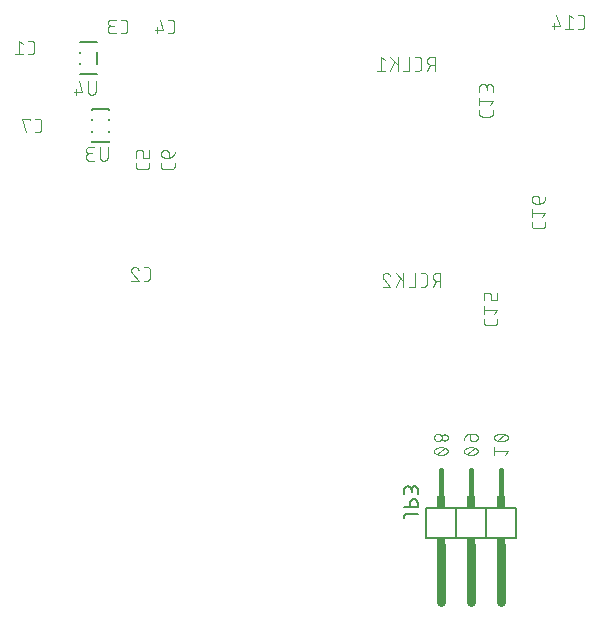
<source format=gbr>
G04 EAGLE Gerber RS-274X export*
G75*
%MOMM*%
%FSLAX34Y34*%
%LPD*%
%INSilkscreen Bottom*%
%IPPOS*%
%AMOC8*
5,1,8,0,0,1.08239X$1,22.5*%
G01*
%ADD10C,0.101600*%
%ADD11C,0.152400*%
%ADD12C,0.762000*%
%ADD13C,0.406400*%
%ADD14R,0.762000X0.508000*%
%ADD15R,0.762000X1.016000*%
%ADD16C,0.127000*%


D10*
X1425646Y711708D02*
X1428242Y714954D01*
X1416558Y714954D01*
X1416558Y718199D02*
X1416558Y711708D01*
X1422400Y723138D02*
X1422630Y723141D01*
X1422860Y723149D01*
X1423089Y723163D01*
X1423318Y723182D01*
X1423547Y723207D01*
X1423774Y723237D01*
X1424002Y723272D01*
X1424228Y723313D01*
X1424453Y723359D01*
X1424677Y723411D01*
X1424899Y723468D01*
X1425121Y723530D01*
X1425340Y723598D01*
X1425558Y723671D01*
X1425775Y723749D01*
X1425989Y723832D01*
X1426201Y723920D01*
X1426411Y724013D01*
X1426619Y724112D01*
X1426709Y724145D01*
X1426798Y724181D01*
X1426886Y724221D01*
X1426971Y724265D01*
X1427055Y724312D01*
X1427137Y724362D01*
X1427217Y724416D01*
X1427294Y724472D01*
X1427370Y724532D01*
X1427443Y724595D01*
X1427513Y724660D01*
X1427581Y724729D01*
X1427645Y724800D01*
X1427707Y724873D01*
X1427766Y724949D01*
X1427822Y725027D01*
X1427875Y725108D01*
X1427924Y725190D01*
X1427970Y725274D01*
X1428013Y725361D01*
X1428052Y725448D01*
X1428088Y725538D01*
X1428120Y725628D01*
X1428148Y725720D01*
X1428173Y725813D01*
X1428194Y725907D01*
X1428211Y726001D01*
X1428225Y726096D01*
X1428234Y726192D01*
X1428240Y726288D01*
X1428242Y726384D01*
X1428240Y726480D01*
X1428234Y726576D01*
X1428225Y726672D01*
X1428211Y726767D01*
X1428194Y726861D01*
X1428173Y726955D01*
X1428148Y727048D01*
X1428120Y727140D01*
X1428088Y727230D01*
X1428052Y727320D01*
X1428013Y727407D01*
X1427970Y727494D01*
X1427924Y727578D01*
X1427875Y727660D01*
X1427822Y727741D01*
X1427766Y727819D01*
X1427707Y727895D01*
X1427645Y727968D01*
X1427581Y728039D01*
X1427513Y728108D01*
X1427443Y728173D01*
X1427370Y728236D01*
X1427294Y728296D01*
X1427217Y728352D01*
X1427137Y728406D01*
X1427055Y728456D01*
X1426971Y728503D01*
X1426886Y728547D01*
X1426798Y728587D01*
X1426709Y728623D01*
X1426619Y728656D01*
X1426412Y728755D01*
X1426202Y728848D01*
X1425989Y728936D01*
X1425775Y729019D01*
X1425559Y729097D01*
X1425341Y729170D01*
X1425121Y729238D01*
X1424900Y729300D01*
X1424677Y729357D01*
X1424453Y729409D01*
X1424228Y729455D01*
X1424002Y729496D01*
X1423775Y729531D01*
X1423547Y729561D01*
X1423318Y729586D01*
X1423089Y729605D01*
X1422860Y729619D01*
X1422630Y729627D01*
X1422400Y729630D01*
X1422400Y723138D02*
X1422170Y723141D01*
X1421940Y723149D01*
X1421711Y723163D01*
X1421482Y723182D01*
X1421253Y723207D01*
X1421025Y723237D01*
X1420798Y723272D01*
X1420572Y723313D01*
X1420347Y723359D01*
X1420123Y723411D01*
X1419900Y723468D01*
X1419679Y723530D01*
X1419459Y723598D01*
X1419241Y723671D01*
X1419025Y723749D01*
X1418811Y723832D01*
X1418599Y723920D01*
X1418388Y724013D01*
X1418181Y724112D01*
X1418091Y724145D01*
X1418002Y724181D01*
X1417914Y724222D01*
X1417829Y724265D01*
X1417745Y724312D01*
X1417663Y724362D01*
X1417583Y724416D01*
X1417506Y724472D01*
X1417430Y724532D01*
X1417357Y724595D01*
X1417287Y724660D01*
X1417219Y724729D01*
X1417155Y724800D01*
X1417093Y724873D01*
X1417034Y724949D01*
X1416978Y725027D01*
X1416925Y725108D01*
X1416876Y725190D01*
X1416830Y725274D01*
X1416787Y725361D01*
X1416748Y725448D01*
X1416712Y725538D01*
X1416680Y725628D01*
X1416652Y725720D01*
X1416627Y725813D01*
X1416606Y725907D01*
X1416589Y726001D01*
X1416575Y726096D01*
X1416566Y726192D01*
X1416560Y726288D01*
X1416558Y726384D01*
X1418181Y728655D02*
X1418388Y728754D01*
X1418599Y728847D01*
X1418811Y728935D01*
X1419025Y729018D01*
X1419241Y729096D01*
X1419459Y729169D01*
X1419679Y729237D01*
X1419900Y729299D01*
X1420123Y729356D01*
X1420347Y729408D01*
X1420572Y729454D01*
X1420798Y729495D01*
X1421025Y729530D01*
X1421253Y729560D01*
X1421482Y729585D01*
X1421711Y729604D01*
X1421940Y729618D01*
X1422170Y729626D01*
X1422400Y729629D01*
X1418181Y728656D02*
X1418091Y728623D01*
X1418002Y728587D01*
X1417914Y728547D01*
X1417829Y728503D01*
X1417745Y728456D01*
X1417663Y728406D01*
X1417583Y728352D01*
X1417506Y728296D01*
X1417430Y728236D01*
X1417357Y728173D01*
X1417287Y728108D01*
X1417219Y728039D01*
X1417155Y727968D01*
X1417093Y727895D01*
X1417034Y727819D01*
X1416978Y727741D01*
X1416925Y727660D01*
X1416876Y727578D01*
X1416830Y727494D01*
X1416787Y727407D01*
X1416748Y727320D01*
X1416712Y727230D01*
X1416680Y727140D01*
X1416652Y727048D01*
X1416627Y726955D01*
X1416606Y726861D01*
X1416589Y726767D01*
X1416575Y726672D01*
X1416566Y726576D01*
X1416560Y726480D01*
X1416558Y726384D01*
X1419154Y723787D02*
X1425646Y728980D01*
X1401219Y712682D02*
X1401011Y712583D01*
X1400801Y712490D01*
X1400589Y712402D01*
X1400375Y712319D01*
X1400158Y712241D01*
X1399940Y712168D01*
X1399721Y712100D01*
X1399499Y712038D01*
X1399277Y711981D01*
X1399053Y711929D01*
X1398828Y711883D01*
X1398602Y711842D01*
X1398374Y711807D01*
X1398147Y711777D01*
X1397918Y711752D01*
X1397689Y711733D01*
X1397460Y711719D01*
X1397230Y711711D01*
X1397000Y711708D01*
X1401219Y712682D02*
X1401309Y712715D01*
X1401398Y712751D01*
X1401486Y712791D01*
X1401571Y712835D01*
X1401655Y712882D01*
X1401737Y712932D01*
X1401817Y712986D01*
X1401894Y713042D01*
X1401970Y713102D01*
X1402043Y713165D01*
X1402113Y713230D01*
X1402181Y713299D01*
X1402245Y713370D01*
X1402307Y713443D01*
X1402366Y713519D01*
X1402422Y713597D01*
X1402475Y713678D01*
X1402524Y713760D01*
X1402570Y713844D01*
X1402613Y713931D01*
X1402652Y714018D01*
X1402688Y714108D01*
X1402720Y714198D01*
X1402748Y714290D01*
X1402773Y714383D01*
X1402794Y714477D01*
X1402811Y714571D01*
X1402825Y714666D01*
X1402834Y714762D01*
X1402840Y714858D01*
X1402842Y714954D01*
X1402840Y715050D01*
X1402834Y715146D01*
X1402825Y715242D01*
X1402811Y715337D01*
X1402794Y715431D01*
X1402773Y715525D01*
X1402748Y715618D01*
X1402720Y715710D01*
X1402688Y715800D01*
X1402652Y715890D01*
X1402613Y715977D01*
X1402570Y716064D01*
X1402524Y716148D01*
X1402475Y716230D01*
X1402422Y716311D01*
X1402366Y716389D01*
X1402307Y716465D01*
X1402245Y716538D01*
X1402181Y716609D01*
X1402113Y716678D01*
X1402043Y716743D01*
X1401970Y716806D01*
X1401894Y716866D01*
X1401817Y716922D01*
X1401737Y716976D01*
X1401655Y717026D01*
X1401571Y717073D01*
X1401486Y717117D01*
X1401398Y717157D01*
X1401309Y717193D01*
X1401219Y717226D01*
X1401012Y717325D01*
X1400802Y717418D01*
X1400589Y717506D01*
X1400375Y717589D01*
X1400159Y717667D01*
X1399941Y717740D01*
X1399721Y717808D01*
X1399500Y717870D01*
X1399277Y717927D01*
X1399053Y717979D01*
X1398828Y718025D01*
X1398602Y718066D01*
X1398375Y718101D01*
X1398147Y718131D01*
X1397918Y718156D01*
X1397689Y718175D01*
X1397460Y718189D01*
X1397230Y718197D01*
X1397000Y718200D01*
X1397000Y711708D02*
X1396770Y711711D01*
X1396540Y711719D01*
X1396311Y711733D01*
X1396082Y711752D01*
X1395853Y711777D01*
X1395625Y711807D01*
X1395398Y711842D01*
X1395172Y711883D01*
X1394947Y711929D01*
X1394723Y711981D01*
X1394500Y712038D01*
X1394279Y712100D01*
X1394059Y712168D01*
X1393841Y712241D01*
X1393625Y712319D01*
X1393411Y712402D01*
X1393199Y712490D01*
X1392988Y712583D01*
X1392781Y712682D01*
X1392691Y712715D01*
X1392602Y712751D01*
X1392514Y712792D01*
X1392429Y712835D01*
X1392345Y712882D01*
X1392263Y712932D01*
X1392183Y712986D01*
X1392106Y713042D01*
X1392030Y713102D01*
X1391957Y713165D01*
X1391887Y713230D01*
X1391819Y713299D01*
X1391755Y713370D01*
X1391693Y713443D01*
X1391634Y713519D01*
X1391578Y713597D01*
X1391525Y713678D01*
X1391476Y713760D01*
X1391430Y713844D01*
X1391387Y713931D01*
X1391348Y714018D01*
X1391312Y714108D01*
X1391280Y714198D01*
X1391252Y714290D01*
X1391227Y714383D01*
X1391206Y714477D01*
X1391189Y714571D01*
X1391175Y714666D01*
X1391166Y714762D01*
X1391160Y714858D01*
X1391158Y714954D01*
X1392781Y717225D02*
X1392988Y717324D01*
X1393199Y717417D01*
X1393411Y717505D01*
X1393625Y717588D01*
X1393841Y717666D01*
X1394059Y717739D01*
X1394279Y717807D01*
X1394500Y717869D01*
X1394723Y717926D01*
X1394947Y717978D01*
X1395172Y718024D01*
X1395398Y718065D01*
X1395625Y718100D01*
X1395853Y718130D01*
X1396082Y718155D01*
X1396311Y718174D01*
X1396540Y718188D01*
X1396770Y718196D01*
X1397000Y718199D01*
X1392781Y717226D02*
X1392691Y717193D01*
X1392602Y717157D01*
X1392514Y717117D01*
X1392429Y717073D01*
X1392345Y717026D01*
X1392263Y716976D01*
X1392183Y716922D01*
X1392106Y716866D01*
X1392030Y716806D01*
X1391957Y716743D01*
X1391887Y716678D01*
X1391819Y716609D01*
X1391755Y716538D01*
X1391693Y716465D01*
X1391634Y716389D01*
X1391578Y716311D01*
X1391525Y716230D01*
X1391476Y716148D01*
X1391430Y716064D01*
X1391387Y715977D01*
X1391348Y715890D01*
X1391312Y715800D01*
X1391280Y715710D01*
X1391252Y715618D01*
X1391227Y715525D01*
X1391206Y715431D01*
X1391189Y715337D01*
X1391175Y715242D01*
X1391166Y715146D01*
X1391160Y715050D01*
X1391158Y714954D01*
X1393754Y712357D02*
X1400246Y717550D01*
X1396351Y725734D02*
X1396351Y729629D01*
X1396351Y725734D02*
X1396353Y725635D01*
X1396359Y725535D01*
X1396368Y725436D01*
X1396381Y725338D01*
X1396398Y725240D01*
X1396419Y725142D01*
X1396444Y725046D01*
X1396472Y724951D01*
X1396504Y724857D01*
X1396539Y724764D01*
X1396578Y724672D01*
X1396621Y724582D01*
X1396666Y724494D01*
X1396716Y724407D01*
X1396768Y724323D01*
X1396824Y724240D01*
X1396882Y724160D01*
X1396944Y724082D01*
X1397009Y724007D01*
X1397077Y723934D01*
X1397147Y723864D01*
X1397220Y723796D01*
X1397295Y723731D01*
X1397373Y723669D01*
X1397453Y723611D01*
X1397536Y723555D01*
X1397620Y723503D01*
X1397707Y723453D01*
X1397795Y723408D01*
X1397885Y723365D01*
X1397977Y723326D01*
X1398070Y723291D01*
X1398164Y723259D01*
X1398259Y723231D01*
X1398355Y723206D01*
X1398453Y723185D01*
X1398551Y723168D01*
X1398649Y723155D01*
X1398748Y723146D01*
X1398848Y723140D01*
X1398947Y723138D01*
X1399596Y723138D01*
X1399709Y723140D01*
X1399822Y723146D01*
X1399935Y723156D01*
X1400048Y723170D01*
X1400160Y723187D01*
X1400271Y723209D01*
X1400381Y723234D01*
X1400491Y723264D01*
X1400599Y723297D01*
X1400706Y723334D01*
X1400812Y723374D01*
X1400916Y723419D01*
X1401019Y723467D01*
X1401120Y723518D01*
X1401219Y723573D01*
X1401316Y723631D01*
X1401411Y723693D01*
X1401504Y723758D01*
X1401594Y723826D01*
X1401682Y723897D01*
X1401768Y723972D01*
X1401851Y724049D01*
X1401931Y724129D01*
X1402008Y724212D01*
X1402083Y724298D01*
X1402154Y724386D01*
X1402222Y724476D01*
X1402287Y724569D01*
X1402349Y724664D01*
X1402407Y724761D01*
X1402462Y724860D01*
X1402513Y724961D01*
X1402561Y725064D01*
X1402606Y725168D01*
X1402646Y725274D01*
X1402683Y725381D01*
X1402716Y725489D01*
X1402746Y725599D01*
X1402771Y725709D01*
X1402793Y725820D01*
X1402810Y725932D01*
X1402824Y726045D01*
X1402834Y726158D01*
X1402840Y726271D01*
X1402842Y726384D01*
X1402840Y726497D01*
X1402834Y726610D01*
X1402824Y726723D01*
X1402810Y726836D01*
X1402793Y726948D01*
X1402771Y727059D01*
X1402746Y727169D01*
X1402716Y727279D01*
X1402683Y727387D01*
X1402646Y727494D01*
X1402606Y727600D01*
X1402561Y727704D01*
X1402513Y727807D01*
X1402462Y727908D01*
X1402407Y728007D01*
X1402349Y728104D01*
X1402287Y728199D01*
X1402222Y728292D01*
X1402154Y728382D01*
X1402083Y728470D01*
X1402008Y728556D01*
X1401931Y728639D01*
X1401851Y728719D01*
X1401768Y728796D01*
X1401682Y728871D01*
X1401594Y728942D01*
X1401504Y729010D01*
X1401411Y729075D01*
X1401316Y729137D01*
X1401219Y729195D01*
X1401120Y729250D01*
X1401019Y729301D01*
X1400916Y729349D01*
X1400812Y729394D01*
X1400706Y729434D01*
X1400599Y729471D01*
X1400491Y729504D01*
X1400381Y729534D01*
X1400271Y729559D01*
X1400160Y729581D01*
X1400048Y729598D01*
X1399935Y729612D01*
X1399822Y729622D01*
X1399709Y729628D01*
X1399596Y729630D01*
X1399596Y729629D02*
X1396351Y729629D01*
X1396208Y729627D01*
X1396065Y729621D01*
X1395922Y729611D01*
X1395780Y729597D01*
X1395638Y729580D01*
X1395496Y729558D01*
X1395355Y729533D01*
X1395215Y729503D01*
X1395076Y729470D01*
X1394938Y729433D01*
X1394801Y729392D01*
X1394665Y729348D01*
X1394530Y729299D01*
X1394397Y729247D01*
X1394265Y729192D01*
X1394135Y729132D01*
X1394006Y729069D01*
X1393879Y729003D01*
X1393755Y728933D01*
X1393632Y728860D01*
X1393511Y728783D01*
X1393392Y728703D01*
X1393276Y728620D01*
X1393161Y728534D01*
X1393050Y728445D01*
X1392940Y728352D01*
X1392834Y728257D01*
X1392730Y728158D01*
X1392629Y728057D01*
X1392530Y727953D01*
X1392435Y727847D01*
X1392342Y727737D01*
X1392253Y727626D01*
X1392167Y727511D01*
X1392084Y727395D01*
X1392004Y727276D01*
X1391927Y727155D01*
X1391854Y727033D01*
X1391784Y726908D01*
X1391718Y726781D01*
X1391655Y726652D01*
X1391595Y726522D01*
X1391540Y726390D01*
X1391488Y726257D01*
X1391439Y726122D01*
X1391395Y725986D01*
X1391354Y725849D01*
X1391317Y725711D01*
X1391284Y725572D01*
X1391254Y725432D01*
X1391229Y725291D01*
X1391207Y725149D01*
X1391190Y725007D01*
X1391176Y724865D01*
X1391166Y724722D01*
X1391160Y724579D01*
X1391158Y724436D01*
X1375819Y712682D02*
X1375611Y712583D01*
X1375401Y712490D01*
X1375189Y712402D01*
X1374975Y712319D01*
X1374758Y712241D01*
X1374540Y712168D01*
X1374321Y712100D01*
X1374099Y712038D01*
X1373877Y711981D01*
X1373653Y711929D01*
X1373428Y711883D01*
X1373202Y711842D01*
X1372974Y711807D01*
X1372747Y711777D01*
X1372518Y711752D01*
X1372289Y711733D01*
X1372060Y711719D01*
X1371830Y711711D01*
X1371600Y711708D01*
X1375819Y712682D02*
X1375909Y712715D01*
X1375998Y712751D01*
X1376086Y712791D01*
X1376171Y712835D01*
X1376255Y712882D01*
X1376337Y712932D01*
X1376417Y712986D01*
X1376494Y713042D01*
X1376570Y713102D01*
X1376643Y713165D01*
X1376713Y713230D01*
X1376781Y713299D01*
X1376845Y713370D01*
X1376907Y713443D01*
X1376966Y713519D01*
X1377022Y713597D01*
X1377075Y713678D01*
X1377124Y713760D01*
X1377170Y713844D01*
X1377213Y713931D01*
X1377252Y714018D01*
X1377288Y714108D01*
X1377320Y714198D01*
X1377348Y714290D01*
X1377373Y714383D01*
X1377394Y714477D01*
X1377411Y714571D01*
X1377425Y714666D01*
X1377434Y714762D01*
X1377440Y714858D01*
X1377442Y714954D01*
X1377440Y715050D01*
X1377434Y715146D01*
X1377425Y715242D01*
X1377411Y715337D01*
X1377394Y715431D01*
X1377373Y715525D01*
X1377348Y715618D01*
X1377320Y715710D01*
X1377288Y715800D01*
X1377252Y715890D01*
X1377213Y715977D01*
X1377170Y716064D01*
X1377124Y716148D01*
X1377075Y716230D01*
X1377022Y716311D01*
X1376966Y716389D01*
X1376907Y716465D01*
X1376845Y716538D01*
X1376781Y716609D01*
X1376713Y716678D01*
X1376643Y716743D01*
X1376570Y716806D01*
X1376494Y716866D01*
X1376417Y716922D01*
X1376337Y716976D01*
X1376255Y717026D01*
X1376171Y717073D01*
X1376086Y717117D01*
X1375998Y717157D01*
X1375909Y717193D01*
X1375819Y717226D01*
X1375612Y717325D01*
X1375402Y717418D01*
X1375189Y717506D01*
X1374975Y717589D01*
X1374759Y717667D01*
X1374541Y717740D01*
X1374321Y717808D01*
X1374100Y717870D01*
X1373877Y717927D01*
X1373653Y717979D01*
X1373428Y718025D01*
X1373202Y718066D01*
X1372975Y718101D01*
X1372747Y718131D01*
X1372518Y718156D01*
X1372289Y718175D01*
X1372060Y718189D01*
X1371830Y718197D01*
X1371600Y718200D01*
X1371600Y711708D02*
X1371370Y711711D01*
X1371140Y711719D01*
X1370911Y711733D01*
X1370682Y711752D01*
X1370453Y711777D01*
X1370225Y711807D01*
X1369998Y711842D01*
X1369772Y711883D01*
X1369547Y711929D01*
X1369323Y711981D01*
X1369100Y712038D01*
X1368879Y712100D01*
X1368659Y712168D01*
X1368441Y712241D01*
X1368225Y712319D01*
X1368011Y712402D01*
X1367799Y712490D01*
X1367588Y712583D01*
X1367381Y712682D01*
X1367291Y712715D01*
X1367202Y712751D01*
X1367114Y712792D01*
X1367029Y712835D01*
X1366945Y712882D01*
X1366863Y712932D01*
X1366783Y712986D01*
X1366706Y713042D01*
X1366630Y713102D01*
X1366557Y713165D01*
X1366487Y713230D01*
X1366419Y713299D01*
X1366355Y713370D01*
X1366293Y713443D01*
X1366234Y713519D01*
X1366178Y713597D01*
X1366125Y713678D01*
X1366076Y713760D01*
X1366030Y713844D01*
X1365987Y713931D01*
X1365948Y714018D01*
X1365912Y714108D01*
X1365880Y714198D01*
X1365852Y714290D01*
X1365827Y714383D01*
X1365806Y714477D01*
X1365789Y714571D01*
X1365775Y714666D01*
X1365766Y714762D01*
X1365760Y714858D01*
X1365758Y714954D01*
X1367381Y717225D02*
X1367588Y717324D01*
X1367799Y717417D01*
X1368011Y717505D01*
X1368225Y717588D01*
X1368441Y717666D01*
X1368659Y717739D01*
X1368879Y717807D01*
X1369100Y717869D01*
X1369323Y717926D01*
X1369547Y717978D01*
X1369772Y718024D01*
X1369998Y718065D01*
X1370225Y718100D01*
X1370453Y718130D01*
X1370682Y718155D01*
X1370911Y718174D01*
X1371140Y718188D01*
X1371370Y718196D01*
X1371600Y718199D01*
X1367381Y717226D02*
X1367291Y717193D01*
X1367202Y717157D01*
X1367114Y717117D01*
X1367029Y717073D01*
X1366945Y717026D01*
X1366863Y716976D01*
X1366783Y716922D01*
X1366706Y716866D01*
X1366630Y716806D01*
X1366557Y716743D01*
X1366487Y716678D01*
X1366419Y716609D01*
X1366355Y716538D01*
X1366293Y716465D01*
X1366234Y716389D01*
X1366178Y716311D01*
X1366125Y716230D01*
X1366076Y716148D01*
X1366030Y716064D01*
X1365987Y715977D01*
X1365948Y715890D01*
X1365912Y715800D01*
X1365880Y715710D01*
X1365852Y715618D01*
X1365827Y715525D01*
X1365806Y715431D01*
X1365789Y715337D01*
X1365775Y715242D01*
X1365766Y715146D01*
X1365760Y715050D01*
X1365758Y714954D01*
X1368354Y712357D02*
X1374846Y717550D01*
X1369004Y723138D02*
X1369117Y723140D01*
X1369230Y723146D01*
X1369343Y723156D01*
X1369456Y723170D01*
X1369568Y723187D01*
X1369679Y723209D01*
X1369789Y723234D01*
X1369899Y723264D01*
X1370007Y723297D01*
X1370114Y723334D01*
X1370220Y723374D01*
X1370324Y723419D01*
X1370427Y723467D01*
X1370528Y723518D01*
X1370627Y723573D01*
X1370724Y723631D01*
X1370819Y723693D01*
X1370912Y723758D01*
X1371002Y723826D01*
X1371090Y723897D01*
X1371176Y723972D01*
X1371259Y724049D01*
X1371339Y724129D01*
X1371416Y724212D01*
X1371491Y724298D01*
X1371562Y724386D01*
X1371630Y724476D01*
X1371695Y724569D01*
X1371757Y724664D01*
X1371815Y724761D01*
X1371870Y724860D01*
X1371921Y724961D01*
X1371969Y725064D01*
X1372014Y725168D01*
X1372054Y725274D01*
X1372091Y725381D01*
X1372124Y725489D01*
X1372154Y725599D01*
X1372179Y725709D01*
X1372201Y725820D01*
X1372218Y725932D01*
X1372232Y726045D01*
X1372242Y726158D01*
X1372248Y726271D01*
X1372250Y726384D01*
X1372248Y726497D01*
X1372242Y726610D01*
X1372232Y726723D01*
X1372218Y726836D01*
X1372201Y726948D01*
X1372179Y727059D01*
X1372154Y727169D01*
X1372124Y727279D01*
X1372091Y727387D01*
X1372054Y727494D01*
X1372014Y727600D01*
X1371969Y727704D01*
X1371921Y727807D01*
X1371870Y727908D01*
X1371815Y728007D01*
X1371757Y728104D01*
X1371695Y728199D01*
X1371630Y728292D01*
X1371562Y728382D01*
X1371491Y728470D01*
X1371416Y728556D01*
X1371339Y728639D01*
X1371259Y728719D01*
X1371176Y728796D01*
X1371090Y728871D01*
X1371002Y728942D01*
X1370912Y729010D01*
X1370819Y729075D01*
X1370724Y729137D01*
X1370627Y729195D01*
X1370528Y729250D01*
X1370427Y729301D01*
X1370324Y729349D01*
X1370220Y729394D01*
X1370114Y729434D01*
X1370007Y729471D01*
X1369899Y729504D01*
X1369789Y729534D01*
X1369679Y729559D01*
X1369568Y729581D01*
X1369456Y729598D01*
X1369343Y729612D01*
X1369230Y729622D01*
X1369117Y729628D01*
X1369004Y729630D01*
X1368891Y729628D01*
X1368778Y729622D01*
X1368665Y729612D01*
X1368552Y729598D01*
X1368440Y729581D01*
X1368329Y729559D01*
X1368219Y729534D01*
X1368109Y729504D01*
X1368001Y729471D01*
X1367894Y729434D01*
X1367788Y729394D01*
X1367684Y729349D01*
X1367581Y729301D01*
X1367480Y729250D01*
X1367381Y729195D01*
X1367284Y729137D01*
X1367189Y729075D01*
X1367096Y729010D01*
X1367006Y728942D01*
X1366918Y728871D01*
X1366832Y728796D01*
X1366749Y728719D01*
X1366669Y728639D01*
X1366592Y728556D01*
X1366517Y728470D01*
X1366446Y728382D01*
X1366378Y728292D01*
X1366313Y728199D01*
X1366251Y728104D01*
X1366193Y728007D01*
X1366138Y727908D01*
X1366087Y727807D01*
X1366039Y727704D01*
X1365994Y727600D01*
X1365954Y727494D01*
X1365917Y727387D01*
X1365884Y727279D01*
X1365854Y727169D01*
X1365829Y727059D01*
X1365807Y726948D01*
X1365790Y726836D01*
X1365776Y726723D01*
X1365766Y726610D01*
X1365760Y726497D01*
X1365758Y726384D01*
X1365760Y726271D01*
X1365766Y726158D01*
X1365776Y726045D01*
X1365790Y725932D01*
X1365807Y725820D01*
X1365829Y725709D01*
X1365854Y725599D01*
X1365884Y725489D01*
X1365917Y725381D01*
X1365954Y725274D01*
X1365994Y725168D01*
X1366039Y725064D01*
X1366087Y724961D01*
X1366138Y724860D01*
X1366193Y724761D01*
X1366251Y724664D01*
X1366313Y724569D01*
X1366378Y724476D01*
X1366446Y724386D01*
X1366517Y724298D01*
X1366592Y724212D01*
X1366669Y724129D01*
X1366749Y724049D01*
X1366832Y723972D01*
X1366918Y723897D01*
X1367006Y723826D01*
X1367096Y723758D01*
X1367189Y723693D01*
X1367284Y723631D01*
X1367381Y723573D01*
X1367480Y723518D01*
X1367581Y723467D01*
X1367684Y723419D01*
X1367788Y723374D01*
X1367894Y723334D01*
X1368001Y723297D01*
X1368109Y723264D01*
X1368219Y723234D01*
X1368329Y723209D01*
X1368440Y723187D01*
X1368552Y723170D01*
X1368665Y723156D01*
X1368778Y723146D01*
X1368891Y723140D01*
X1369004Y723138D01*
X1374846Y723788D02*
X1374947Y723790D01*
X1375047Y723796D01*
X1375147Y723806D01*
X1375247Y723819D01*
X1375346Y723837D01*
X1375445Y723858D01*
X1375542Y723883D01*
X1375639Y723912D01*
X1375734Y723945D01*
X1375828Y723981D01*
X1375920Y724021D01*
X1376011Y724064D01*
X1376100Y724111D01*
X1376187Y724161D01*
X1376273Y724215D01*
X1376356Y724272D01*
X1376436Y724332D01*
X1376515Y724395D01*
X1376591Y724462D01*
X1376664Y724531D01*
X1376734Y724603D01*
X1376802Y724677D01*
X1376867Y724754D01*
X1376928Y724834D01*
X1376987Y724916D01*
X1377042Y725000D01*
X1377094Y725086D01*
X1377143Y725174D01*
X1377188Y725264D01*
X1377230Y725356D01*
X1377268Y725449D01*
X1377302Y725544D01*
X1377333Y725639D01*
X1377360Y725736D01*
X1377383Y725834D01*
X1377403Y725933D01*
X1377418Y726033D01*
X1377430Y726133D01*
X1377438Y726233D01*
X1377442Y726334D01*
X1377442Y726434D01*
X1377438Y726535D01*
X1377430Y726635D01*
X1377418Y726735D01*
X1377403Y726835D01*
X1377383Y726934D01*
X1377360Y727032D01*
X1377333Y727129D01*
X1377302Y727224D01*
X1377268Y727319D01*
X1377230Y727412D01*
X1377188Y727504D01*
X1377143Y727594D01*
X1377094Y727682D01*
X1377042Y727768D01*
X1376987Y727852D01*
X1376928Y727934D01*
X1376867Y728014D01*
X1376802Y728091D01*
X1376734Y728165D01*
X1376664Y728237D01*
X1376591Y728306D01*
X1376515Y728373D01*
X1376436Y728436D01*
X1376356Y728496D01*
X1376273Y728553D01*
X1376187Y728607D01*
X1376100Y728657D01*
X1376011Y728704D01*
X1375920Y728747D01*
X1375828Y728787D01*
X1375734Y728823D01*
X1375639Y728856D01*
X1375542Y728885D01*
X1375445Y728910D01*
X1375346Y728931D01*
X1375247Y728949D01*
X1375147Y728962D01*
X1375047Y728972D01*
X1374947Y728978D01*
X1374846Y728980D01*
X1374745Y728978D01*
X1374645Y728972D01*
X1374545Y728962D01*
X1374445Y728949D01*
X1374346Y728931D01*
X1374247Y728910D01*
X1374150Y728885D01*
X1374053Y728856D01*
X1373958Y728823D01*
X1373864Y728787D01*
X1373772Y728747D01*
X1373681Y728704D01*
X1373592Y728657D01*
X1373505Y728607D01*
X1373419Y728553D01*
X1373336Y728496D01*
X1373256Y728436D01*
X1373177Y728373D01*
X1373101Y728306D01*
X1373028Y728237D01*
X1372958Y728165D01*
X1372890Y728091D01*
X1372825Y728014D01*
X1372764Y727934D01*
X1372705Y727852D01*
X1372650Y727768D01*
X1372598Y727682D01*
X1372549Y727594D01*
X1372504Y727504D01*
X1372462Y727412D01*
X1372424Y727319D01*
X1372390Y727224D01*
X1372359Y727129D01*
X1372332Y727032D01*
X1372309Y726934D01*
X1372289Y726835D01*
X1372274Y726735D01*
X1372262Y726635D01*
X1372254Y726535D01*
X1372250Y726434D01*
X1372250Y726334D01*
X1372254Y726233D01*
X1372262Y726133D01*
X1372274Y726033D01*
X1372289Y725933D01*
X1372309Y725834D01*
X1372332Y725736D01*
X1372359Y725639D01*
X1372390Y725544D01*
X1372424Y725449D01*
X1372462Y725356D01*
X1372504Y725264D01*
X1372549Y725174D01*
X1372598Y725086D01*
X1372650Y725000D01*
X1372705Y724916D01*
X1372764Y724834D01*
X1372825Y724754D01*
X1372890Y724677D01*
X1372958Y724603D01*
X1373028Y724531D01*
X1373101Y724462D01*
X1373177Y724395D01*
X1373256Y724332D01*
X1373336Y724272D01*
X1373419Y724215D01*
X1373505Y724161D01*
X1373592Y724111D01*
X1373681Y724064D01*
X1373772Y724021D01*
X1373864Y723981D01*
X1373958Y723945D01*
X1374053Y723912D01*
X1374150Y723883D01*
X1374247Y723858D01*
X1374346Y723837D01*
X1374445Y723819D01*
X1374545Y723806D01*
X1374645Y723796D01*
X1374745Y723790D01*
X1374846Y723788D01*
D11*
X1080500Y1061470D02*
X1065800Y1061470D01*
X1065800Y1034030D02*
X1080500Y1034030D01*
X1080500Y1042530D02*
X1080500Y1052970D01*
X1065800Y1043470D02*
X1065800Y1042530D01*
X1065800Y1052030D02*
X1065800Y1052970D01*
X1065800Y1034470D02*
X1065800Y1034030D01*
X1065800Y1061030D02*
X1065800Y1061470D01*
X1080500Y1061470D02*
X1080500Y1061030D01*
X1080500Y1034470D02*
X1080500Y1034030D01*
D10*
X1079260Y1028192D02*
X1079260Y1019754D01*
X1079261Y1019754D02*
X1079259Y1019641D01*
X1079253Y1019528D01*
X1079243Y1019415D01*
X1079229Y1019302D01*
X1079212Y1019190D01*
X1079190Y1019079D01*
X1079165Y1018969D01*
X1079135Y1018859D01*
X1079102Y1018751D01*
X1079065Y1018644D01*
X1079025Y1018538D01*
X1078980Y1018434D01*
X1078932Y1018331D01*
X1078881Y1018230D01*
X1078826Y1018131D01*
X1078768Y1018034D01*
X1078706Y1017939D01*
X1078641Y1017846D01*
X1078573Y1017756D01*
X1078502Y1017668D01*
X1078427Y1017582D01*
X1078350Y1017499D01*
X1078270Y1017419D01*
X1078187Y1017342D01*
X1078101Y1017267D01*
X1078013Y1017196D01*
X1077923Y1017128D01*
X1077830Y1017063D01*
X1077735Y1017001D01*
X1077638Y1016943D01*
X1077539Y1016888D01*
X1077438Y1016837D01*
X1077335Y1016789D01*
X1077231Y1016744D01*
X1077125Y1016704D01*
X1077018Y1016667D01*
X1076910Y1016634D01*
X1076800Y1016604D01*
X1076690Y1016579D01*
X1076579Y1016557D01*
X1076467Y1016540D01*
X1076354Y1016526D01*
X1076241Y1016516D01*
X1076128Y1016510D01*
X1076015Y1016508D01*
X1075902Y1016510D01*
X1075789Y1016516D01*
X1075676Y1016526D01*
X1075563Y1016540D01*
X1075451Y1016557D01*
X1075340Y1016579D01*
X1075230Y1016604D01*
X1075120Y1016634D01*
X1075012Y1016667D01*
X1074905Y1016704D01*
X1074799Y1016744D01*
X1074695Y1016789D01*
X1074592Y1016837D01*
X1074491Y1016888D01*
X1074392Y1016943D01*
X1074295Y1017001D01*
X1074200Y1017063D01*
X1074107Y1017128D01*
X1074017Y1017196D01*
X1073929Y1017267D01*
X1073843Y1017342D01*
X1073760Y1017419D01*
X1073680Y1017499D01*
X1073603Y1017582D01*
X1073528Y1017668D01*
X1073457Y1017756D01*
X1073389Y1017846D01*
X1073324Y1017939D01*
X1073262Y1018034D01*
X1073204Y1018131D01*
X1073149Y1018230D01*
X1073098Y1018331D01*
X1073050Y1018434D01*
X1073005Y1018538D01*
X1072965Y1018644D01*
X1072928Y1018751D01*
X1072895Y1018859D01*
X1072865Y1018969D01*
X1072840Y1019079D01*
X1072818Y1019190D01*
X1072801Y1019302D01*
X1072787Y1019415D01*
X1072777Y1019528D01*
X1072771Y1019641D01*
X1072769Y1019754D01*
X1072769Y1028192D01*
X1064853Y1028192D02*
X1067449Y1019104D01*
X1060958Y1019104D01*
X1062905Y1021701D02*
X1062905Y1016508D01*
X1024326Y1050798D02*
X1021729Y1050798D01*
X1024326Y1050798D02*
X1024425Y1050800D01*
X1024525Y1050806D01*
X1024624Y1050815D01*
X1024722Y1050828D01*
X1024820Y1050845D01*
X1024918Y1050866D01*
X1025014Y1050891D01*
X1025109Y1050919D01*
X1025203Y1050951D01*
X1025296Y1050986D01*
X1025388Y1051025D01*
X1025478Y1051068D01*
X1025566Y1051113D01*
X1025653Y1051163D01*
X1025737Y1051215D01*
X1025820Y1051271D01*
X1025900Y1051329D01*
X1025978Y1051391D01*
X1026053Y1051456D01*
X1026126Y1051524D01*
X1026196Y1051594D01*
X1026264Y1051667D01*
X1026329Y1051742D01*
X1026391Y1051820D01*
X1026449Y1051900D01*
X1026505Y1051983D01*
X1026557Y1052067D01*
X1026607Y1052154D01*
X1026652Y1052242D01*
X1026695Y1052332D01*
X1026734Y1052424D01*
X1026769Y1052517D01*
X1026801Y1052611D01*
X1026829Y1052706D01*
X1026854Y1052802D01*
X1026875Y1052900D01*
X1026892Y1052998D01*
X1026905Y1053096D01*
X1026914Y1053195D01*
X1026920Y1053295D01*
X1026922Y1053394D01*
X1026922Y1059886D01*
X1026920Y1059985D01*
X1026914Y1060085D01*
X1026905Y1060184D01*
X1026892Y1060282D01*
X1026875Y1060380D01*
X1026854Y1060478D01*
X1026829Y1060574D01*
X1026801Y1060669D01*
X1026769Y1060763D01*
X1026734Y1060856D01*
X1026695Y1060948D01*
X1026652Y1061038D01*
X1026607Y1061126D01*
X1026557Y1061213D01*
X1026505Y1061297D01*
X1026449Y1061380D01*
X1026391Y1061460D01*
X1026329Y1061538D01*
X1026264Y1061613D01*
X1026196Y1061686D01*
X1026126Y1061756D01*
X1026053Y1061824D01*
X1025978Y1061889D01*
X1025900Y1061951D01*
X1025820Y1062009D01*
X1025737Y1062065D01*
X1025653Y1062117D01*
X1025566Y1062167D01*
X1025478Y1062212D01*
X1025388Y1062255D01*
X1025296Y1062294D01*
X1025203Y1062329D01*
X1025109Y1062361D01*
X1025014Y1062389D01*
X1024918Y1062414D01*
X1024820Y1062435D01*
X1024722Y1062452D01*
X1024624Y1062465D01*
X1024525Y1062474D01*
X1024425Y1062480D01*
X1024326Y1062482D01*
X1021729Y1062482D01*
X1017364Y1059886D02*
X1014118Y1062482D01*
X1014118Y1050798D01*
X1010873Y1050798D02*
X1017364Y1050798D01*
X1100469Y1068578D02*
X1103066Y1068578D01*
X1103165Y1068580D01*
X1103265Y1068586D01*
X1103364Y1068595D01*
X1103462Y1068608D01*
X1103560Y1068625D01*
X1103658Y1068646D01*
X1103754Y1068671D01*
X1103849Y1068699D01*
X1103943Y1068731D01*
X1104036Y1068766D01*
X1104128Y1068805D01*
X1104218Y1068848D01*
X1104306Y1068893D01*
X1104393Y1068943D01*
X1104477Y1068995D01*
X1104560Y1069051D01*
X1104640Y1069109D01*
X1104718Y1069171D01*
X1104793Y1069236D01*
X1104866Y1069304D01*
X1104936Y1069374D01*
X1105004Y1069447D01*
X1105069Y1069522D01*
X1105131Y1069600D01*
X1105189Y1069680D01*
X1105245Y1069763D01*
X1105297Y1069847D01*
X1105347Y1069934D01*
X1105392Y1070022D01*
X1105435Y1070112D01*
X1105474Y1070204D01*
X1105509Y1070297D01*
X1105541Y1070391D01*
X1105569Y1070486D01*
X1105594Y1070582D01*
X1105615Y1070680D01*
X1105632Y1070778D01*
X1105645Y1070876D01*
X1105654Y1070975D01*
X1105660Y1071075D01*
X1105662Y1071174D01*
X1105662Y1077666D01*
X1105660Y1077765D01*
X1105654Y1077865D01*
X1105645Y1077964D01*
X1105632Y1078062D01*
X1105615Y1078160D01*
X1105594Y1078258D01*
X1105569Y1078354D01*
X1105541Y1078449D01*
X1105509Y1078543D01*
X1105474Y1078636D01*
X1105435Y1078728D01*
X1105392Y1078818D01*
X1105347Y1078906D01*
X1105297Y1078993D01*
X1105245Y1079077D01*
X1105189Y1079160D01*
X1105131Y1079240D01*
X1105069Y1079318D01*
X1105004Y1079393D01*
X1104936Y1079466D01*
X1104866Y1079536D01*
X1104793Y1079604D01*
X1104718Y1079669D01*
X1104640Y1079731D01*
X1104560Y1079789D01*
X1104477Y1079845D01*
X1104393Y1079897D01*
X1104306Y1079947D01*
X1104218Y1079992D01*
X1104128Y1080035D01*
X1104036Y1080074D01*
X1103943Y1080109D01*
X1103849Y1080141D01*
X1103754Y1080169D01*
X1103658Y1080194D01*
X1103560Y1080215D01*
X1103462Y1080232D01*
X1103364Y1080245D01*
X1103265Y1080254D01*
X1103165Y1080260D01*
X1103066Y1080262D01*
X1100469Y1080262D01*
X1096104Y1068578D02*
X1092858Y1068578D01*
X1092745Y1068580D01*
X1092632Y1068586D01*
X1092519Y1068596D01*
X1092406Y1068610D01*
X1092294Y1068627D01*
X1092183Y1068649D01*
X1092073Y1068674D01*
X1091963Y1068704D01*
X1091855Y1068737D01*
X1091748Y1068774D01*
X1091642Y1068814D01*
X1091538Y1068859D01*
X1091435Y1068907D01*
X1091334Y1068958D01*
X1091235Y1069013D01*
X1091138Y1069071D01*
X1091043Y1069133D01*
X1090950Y1069198D01*
X1090860Y1069266D01*
X1090772Y1069337D01*
X1090686Y1069412D01*
X1090603Y1069489D01*
X1090523Y1069569D01*
X1090446Y1069652D01*
X1090371Y1069738D01*
X1090300Y1069826D01*
X1090232Y1069916D01*
X1090167Y1070009D01*
X1090105Y1070104D01*
X1090047Y1070201D01*
X1089992Y1070300D01*
X1089941Y1070401D01*
X1089893Y1070504D01*
X1089848Y1070608D01*
X1089808Y1070714D01*
X1089771Y1070821D01*
X1089738Y1070929D01*
X1089708Y1071039D01*
X1089683Y1071149D01*
X1089661Y1071260D01*
X1089644Y1071372D01*
X1089630Y1071485D01*
X1089620Y1071598D01*
X1089614Y1071711D01*
X1089612Y1071824D01*
X1089614Y1071937D01*
X1089620Y1072050D01*
X1089630Y1072163D01*
X1089644Y1072276D01*
X1089661Y1072388D01*
X1089683Y1072499D01*
X1089708Y1072609D01*
X1089738Y1072719D01*
X1089771Y1072827D01*
X1089808Y1072934D01*
X1089848Y1073040D01*
X1089893Y1073144D01*
X1089941Y1073247D01*
X1089992Y1073348D01*
X1090047Y1073447D01*
X1090105Y1073544D01*
X1090167Y1073639D01*
X1090232Y1073732D01*
X1090300Y1073822D01*
X1090371Y1073910D01*
X1090446Y1073996D01*
X1090523Y1074079D01*
X1090603Y1074159D01*
X1090686Y1074236D01*
X1090772Y1074311D01*
X1090860Y1074382D01*
X1090950Y1074450D01*
X1091043Y1074515D01*
X1091138Y1074577D01*
X1091235Y1074635D01*
X1091334Y1074690D01*
X1091435Y1074741D01*
X1091538Y1074789D01*
X1091642Y1074834D01*
X1091748Y1074874D01*
X1091855Y1074911D01*
X1091963Y1074944D01*
X1092073Y1074974D01*
X1092183Y1074999D01*
X1092294Y1075021D01*
X1092406Y1075038D01*
X1092519Y1075052D01*
X1092632Y1075062D01*
X1092745Y1075068D01*
X1092858Y1075070D01*
X1092209Y1080262D02*
X1096104Y1080262D01*
X1092209Y1080262D02*
X1092108Y1080260D01*
X1092008Y1080254D01*
X1091908Y1080244D01*
X1091808Y1080231D01*
X1091709Y1080213D01*
X1091610Y1080192D01*
X1091513Y1080167D01*
X1091416Y1080138D01*
X1091321Y1080105D01*
X1091227Y1080069D01*
X1091135Y1080029D01*
X1091044Y1079986D01*
X1090955Y1079939D01*
X1090868Y1079889D01*
X1090782Y1079835D01*
X1090699Y1079778D01*
X1090619Y1079718D01*
X1090540Y1079655D01*
X1090464Y1079588D01*
X1090391Y1079519D01*
X1090321Y1079447D01*
X1090253Y1079373D01*
X1090188Y1079296D01*
X1090127Y1079216D01*
X1090068Y1079134D01*
X1090013Y1079050D01*
X1089961Y1078964D01*
X1089912Y1078876D01*
X1089867Y1078786D01*
X1089825Y1078694D01*
X1089787Y1078601D01*
X1089753Y1078506D01*
X1089722Y1078411D01*
X1089695Y1078314D01*
X1089672Y1078216D01*
X1089652Y1078117D01*
X1089637Y1078017D01*
X1089625Y1077917D01*
X1089617Y1077817D01*
X1089613Y1077716D01*
X1089613Y1077616D01*
X1089617Y1077515D01*
X1089625Y1077415D01*
X1089637Y1077315D01*
X1089652Y1077215D01*
X1089672Y1077116D01*
X1089695Y1077018D01*
X1089722Y1076921D01*
X1089753Y1076826D01*
X1089787Y1076731D01*
X1089825Y1076638D01*
X1089867Y1076546D01*
X1089912Y1076456D01*
X1089961Y1076368D01*
X1090013Y1076282D01*
X1090068Y1076198D01*
X1090127Y1076116D01*
X1090188Y1076036D01*
X1090253Y1075959D01*
X1090321Y1075885D01*
X1090391Y1075813D01*
X1090464Y1075744D01*
X1090540Y1075677D01*
X1090619Y1075614D01*
X1090699Y1075554D01*
X1090782Y1075497D01*
X1090868Y1075443D01*
X1090955Y1075393D01*
X1091044Y1075346D01*
X1091135Y1075303D01*
X1091227Y1075263D01*
X1091321Y1075227D01*
X1091416Y1075194D01*
X1091513Y1075165D01*
X1091610Y1075140D01*
X1091709Y1075119D01*
X1091808Y1075101D01*
X1091908Y1075088D01*
X1092008Y1075078D01*
X1092108Y1075072D01*
X1092209Y1075070D01*
X1092209Y1075069D02*
X1094806Y1075069D01*
X1140394Y1068578D02*
X1142991Y1068578D01*
X1143090Y1068580D01*
X1143190Y1068586D01*
X1143289Y1068595D01*
X1143387Y1068608D01*
X1143485Y1068625D01*
X1143583Y1068646D01*
X1143679Y1068671D01*
X1143774Y1068699D01*
X1143868Y1068731D01*
X1143961Y1068766D01*
X1144053Y1068805D01*
X1144143Y1068848D01*
X1144231Y1068893D01*
X1144318Y1068943D01*
X1144402Y1068995D01*
X1144485Y1069051D01*
X1144565Y1069109D01*
X1144643Y1069171D01*
X1144718Y1069236D01*
X1144791Y1069304D01*
X1144861Y1069374D01*
X1144929Y1069447D01*
X1144994Y1069522D01*
X1145056Y1069600D01*
X1145114Y1069680D01*
X1145170Y1069763D01*
X1145222Y1069847D01*
X1145272Y1069934D01*
X1145317Y1070022D01*
X1145360Y1070112D01*
X1145399Y1070204D01*
X1145434Y1070297D01*
X1145466Y1070391D01*
X1145494Y1070486D01*
X1145519Y1070582D01*
X1145540Y1070680D01*
X1145557Y1070778D01*
X1145570Y1070876D01*
X1145579Y1070975D01*
X1145585Y1071075D01*
X1145587Y1071174D01*
X1145587Y1077666D01*
X1145585Y1077765D01*
X1145579Y1077865D01*
X1145570Y1077964D01*
X1145557Y1078062D01*
X1145540Y1078160D01*
X1145519Y1078258D01*
X1145494Y1078354D01*
X1145466Y1078449D01*
X1145434Y1078543D01*
X1145399Y1078636D01*
X1145360Y1078728D01*
X1145317Y1078818D01*
X1145272Y1078906D01*
X1145222Y1078993D01*
X1145170Y1079077D01*
X1145114Y1079160D01*
X1145056Y1079240D01*
X1144994Y1079318D01*
X1144929Y1079393D01*
X1144861Y1079466D01*
X1144791Y1079536D01*
X1144718Y1079604D01*
X1144643Y1079669D01*
X1144565Y1079731D01*
X1144485Y1079789D01*
X1144402Y1079845D01*
X1144318Y1079897D01*
X1144231Y1079947D01*
X1144143Y1079992D01*
X1144053Y1080035D01*
X1143961Y1080074D01*
X1143868Y1080109D01*
X1143774Y1080141D01*
X1143679Y1080169D01*
X1143583Y1080194D01*
X1143485Y1080215D01*
X1143387Y1080232D01*
X1143289Y1080245D01*
X1143190Y1080254D01*
X1143090Y1080260D01*
X1142991Y1080262D01*
X1140394Y1080262D01*
X1133433Y1080262D02*
X1136029Y1071174D01*
X1129538Y1071174D01*
X1131485Y1073771D02*
X1131485Y1068578D01*
X1113028Y958916D02*
X1113028Y956319D01*
X1113030Y956220D01*
X1113036Y956120D01*
X1113045Y956021D01*
X1113058Y955923D01*
X1113075Y955825D01*
X1113096Y955727D01*
X1113121Y955631D01*
X1113149Y955536D01*
X1113181Y955442D01*
X1113216Y955349D01*
X1113255Y955257D01*
X1113298Y955167D01*
X1113343Y955079D01*
X1113393Y954992D01*
X1113445Y954908D01*
X1113501Y954825D01*
X1113559Y954745D01*
X1113621Y954667D01*
X1113686Y954592D01*
X1113754Y954519D01*
X1113824Y954449D01*
X1113897Y954381D01*
X1113972Y954316D01*
X1114050Y954254D01*
X1114130Y954196D01*
X1114213Y954140D01*
X1114297Y954088D01*
X1114384Y954038D01*
X1114472Y953993D01*
X1114562Y953950D01*
X1114654Y953911D01*
X1114747Y953876D01*
X1114841Y953844D01*
X1114936Y953816D01*
X1115032Y953791D01*
X1115130Y953770D01*
X1115228Y953753D01*
X1115326Y953740D01*
X1115425Y953731D01*
X1115525Y953725D01*
X1115624Y953723D01*
X1122116Y953723D01*
X1122215Y953725D01*
X1122315Y953731D01*
X1122414Y953740D01*
X1122512Y953753D01*
X1122610Y953770D01*
X1122708Y953791D01*
X1122804Y953816D01*
X1122899Y953844D01*
X1122993Y953876D01*
X1123086Y953911D01*
X1123178Y953950D01*
X1123268Y953993D01*
X1123356Y954038D01*
X1123443Y954088D01*
X1123527Y954140D01*
X1123610Y954196D01*
X1123690Y954254D01*
X1123768Y954316D01*
X1123843Y954381D01*
X1123916Y954449D01*
X1123986Y954519D01*
X1124054Y954592D01*
X1124119Y954667D01*
X1124181Y954745D01*
X1124239Y954825D01*
X1124295Y954908D01*
X1124347Y954992D01*
X1124397Y955079D01*
X1124442Y955167D01*
X1124485Y955257D01*
X1124524Y955349D01*
X1124559Y955441D01*
X1124591Y955536D01*
X1124619Y955631D01*
X1124644Y955727D01*
X1124665Y955825D01*
X1124682Y955923D01*
X1124695Y956021D01*
X1124704Y956120D01*
X1124710Y956220D01*
X1124712Y956319D01*
X1124712Y958916D01*
X1113028Y963281D02*
X1113028Y967176D01*
X1113030Y967275D01*
X1113036Y967375D01*
X1113045Y967474D01*
X1113058Y967572D01*
X1113075Y967670D01*
X1113096Y967768D01*
X1113121Y967864D01*
X1113149Y967959D01*
X1113181Y968053D01*
X1113216Y968146D01*
X1113255Y968238D01*
X1113298Y968328D01*
X1113343Y968416D01*
X1113393Y968503D01*
X1113445Y968587D01*
X1113501Y968670D01*
X1113559Y968750D01*
X1113621Y968828D01*
X1113686Y968903D01*
X1113754Y968976D01*
X1113824Y969046D01*
X1113897Y969114D01*
X1113972Y969179D01*
X1114050Y969241D01*
X1114130Y969299D01*
X1114213Y969355D01*
X1114297Y969407D01*
X1114384Y969457D01*
X1114472Y969502D01*
X1114562Y969545D01*
X1114654Y969584D01*
X1114747Y969619D01*
X1114841Y969651D01*
X1114936Y969679D01*
X1115032Y969704D01*
X1115130Y969725D01*
X1115228Y969742D01*
X1115326Y969755D01*
X1115425Y969764D01*
X1115525Y969770D01*
X1115624Y969772D01*
X1116923Y969772D01*
X1117022Y969770D01*
X1117122Y969764D01*
X1117221Y969755D01*
X1117319Y969742D01*
X1117417Y969725D01*
X1117515Y969704D01*
X1117611Y969679D01*
X1117706Y969651D01*
X1117800Y969619D01*
X1117893Y969584D01*
X1117985Y969545D01*
X1118075Y969502D01*
X1118163Y969457D01*
X1118250Y969407D01*
X1118334Y969355D01*
X1118417Y969299D01*
X1118497Y969241D01*
X1118575Y969179D01*
X1118650Y969114D01*
X1118723Y969046D01*
X1118793Y968976D01*
X1118861Y968903D01*
X1118926Y968828D01*
X1118988Y968750D01*
X1119046Y968670D01*
X1119102Y968587D01*
X1119154Y968503D01*
X1119204Y968416D01*
X1119249Y968328D01*
X1119292Y968238D01*
X1119331Y968146D01*
X1119366Y968053D01*
X1119398Y967959D01*
X1119426Y967864D01*
X1119451Y967768D01*
X1119472Y967670D01*
X1119489Y967572D01*
X1119502Y967474D01*
X1119511Y967375D01*
X1119517Y967275D01*
X1119519Y967176D01*
X1119519Y963281D01*
X1124712Y963281D01*
X1124712Y969772D01*
X1134618Y958916D02*
X1134618Y956319D01*
X1134620Y956220D01*
X1134626Y956120D01*
X1134635Y956021D01*
X1134648Y955923D01*
X1134665Y955825D01*
X1134686Y955727D01*
X1134711Y955631D01*
X1134739Y955536D01*
X1134771Y955442D01*
X1134806Y955349D01*
X1134845Y955257D01*
X1134888Y955167D01*
X1134933Y955079D01*
X1134983Y954992D01*
X1135035Y954908D01*
X1135091Y954825D01*
X1135149Y954745D01*
X1135211Y954667D01*
X1135276Y954592D01*
X1135344Y954519D01*
X1135414Y954449D01*
X1135487Y954381D01*
X1135562Y954316D01*
X1135640Y954254D01*
X1135720Y954196D01*
X1135803Y954140D01*
X1135887Y954088D01*
X1135974Y954038D01*
X1136062Y953993D01*
X1136152Y953950D01*
X1136244Y953911D01*
X1136337Y953876D01*
X1136431Y953844D01*
X1136526Y953816D01*
X1136622Y953791D01*
X1136720Y953770D01*
X1136818Y953753D01*
X1136916Y953740D01*
X1137015Y953731D01*
X1137115Y953725D01*
X1137214Y953723D01*
X1143706Y953723D01*
X1143805Y953725D01*
X1143905Y953731D01*
X1144004Y953740D01*
X1144102Y953753D01*
X1144200Y953770D01*
X1144298Y953791D01*
X1144394Y953816D01*
X1144489Y953844D01*
X1144583Y953876D01*
X1144676Y953911D01*
X1144768Y953950D01*
X1144858Y953993D01*
X1144946Y954038D01*
X1145033Y954088D01*
X1145117Y954140D01*
X1145200Y954196D01*
X1145280Y954254D01*
X1145358Y954316D01*
X1145433Y954381D01*
X1145506Y954449D01*
X1145576Y954519D01*
X1145644Y954592D01*
X1145709Y954667D01*
X1145771Y954745D01*
X1145829Y954825D01*
X1145885Y954908D01*
X1145937Y954992D01*
X1145987Y955079D01*
X1146032Y955167D01*
X1146075Y955257D01*
X1146114Y955349D01*
X1146149Y955441D01*
X1146181Y955536D01*
X1146209Y955631D01*
X1146234Y955727D01*
X1146255Y955825D01*
X1146272Y955923D01*
X1146285Y956021D01*
X1146294Y956120D01*
X1146300Y956220D01*
X1146302Y956319D01*
X1146302Y958916D01*
X1141109Y963281D02*
X1141109Y967176D01*
X1141107Y967275D01*
X1141101Y967375D01*
X1141092Y967474D01*
X1141079Y967572D01*
X1141062Y967670D01*
X1141041Y967768D01*
X1141016Y967864D01*
X1140988Y967959D01*
X1140956Y968053D01*
X1140921Y968146D01*
X1140882Y968238D01*
X1140839Y968328D01*
X1140794Y968416D01*
X1140744Y968503D01*
X1140692Y968587D01*
X1140636Y968670D01*
X1140578Y968750D01*
X1140516Y968828D01*
X1140451Y968903D01*
X1140383Y968976D01*
X1140313Y969046D01*
X1140240Y969114D01*
X1140165Y969179D01*
X1140087Y969241D01*
X1140007Y969299D01*
X1139924Y969355D01*
X1139840Y969407D01*
X1139753Y969457D01*
X1139665Y969502D01*
X1139575Y969545D01*
X1139483Y969584D01*
X1139390Y969619D01*
X1139296Y969651D01*
X1139201Y969679D01*
X1139105Y969704D01*
X1139007Y969725D01*
X1138909Y969742D01*
X1138811Y969755D01*
X1138712Y969764D01*
X1138612Y969770D01*
X1138513Y969772D01*
X1137864Y969772D01*
X1137751Y969770D01*
X1137638Y969764D01*
X1137525Y969754D01*
X1137412Y969740D01*
X1137300Y969723D01*
X1137189Y969701D01*
X1137079Y969676D01*
X1136969Y969646D01*
X1136861Y969613D01*
X1136754Y969576D01*
X1136648Y969536D01*
X1136544Y969491D01*
X1136441Y969443D01*
X1136340Y969392D01*
X1136241Y969337D01*
X1136144Y969279D01*
X1136049Y969217D01*
X1135956Y969152D01*
X1135866Y969084D01*
X1135778Y969013D01*
X1135692Y968938D01*
X1135609Y968861D01*
X1135529Y968781D01*
X1135452Y968698D01*
X1135377Y968612D01*
X1135306Y968524D01*
X1135238Y968434D01*
X1135173Y968341D01*
X1135111Y968246D01*
X1135053Y968149D01*
X1134998Y968050D01*
X1134947Y967949D01*
X1134899Y967846D01*
X1134854Y967742D01*
X1134814Y967636D01*
X1134777Y967529D01*
X1134744Y967421D01*
X1134714Y967311D01*
X1134689Y967201D01*
X1134667Y967090D01*
X1134650Y966978D01*
X1134636Y966865D01*
X1134626Y966752D01*
X1134620Y966639D01*
X1134618Y966526D01*
X1134620Y966413D01*
X1134626Y966300D01*
X1134636Y966187D01*
X1134650Y966074D01*
X1134667Y965962D01*
X1134689Y965851D01*
X1134714Y965741D01*
X1134744Y965631D01*
X1134777Y965523D01*
X1134814Y965416D01*
X1134854Y965310D01*
X1134899Y965206D01*
X1134947Y965103D01*
X1134998Y965002D01*
X1135053Y964903D01*
X1135111Y964806D01*
X1135173Y964711D01*
X1135238Y964618D01*
X1135306Y964528D01*
X1135377Y964440D01*
X1135452Y964354D01*
X1135529Y964271D01*
X1135609Y964191D01*
X1135692Y964114D01*
X1135778Y964039D01*
X1135866Y963968D01*
X1135956Y963900D01*
X1136049Y963835D01*
X1136144Y963773D01*
X1136241Y963715D01*
X1136340Y963660D01*
X1136441Y963609D01*
X1136544Y963561D01*
X1136648Y963516D01*
X1136754Y963476D01*
X1136861Y963439D01*
X1136969Y963406D01*
X1137079Y963376D01*
X1137189Y963351D01*
X1137300Y963329D01*
X1137412Y963312D01*
X1137525Y963298D01*
X1137638Y963288D01*
X1137751Y963282D01*
X1137864Y963280D01*
X1137864Y963281D02*
X1141109Y963281D01*
X1141252Y963283D01*
X1141395Y963289D01*
X1141538Y963299D01*
X1141680Y963313D01*
X1141822Y963330D01*
X1141964Y963352D01*
X1142105Y963377D01*
X1142245Y963407D01*
X1142384Y963440D01*
X1142522Y963477D01*
X1142659Y963518D01*
X1142795Y963562D01*
X1142930Y963611D01*
X1143063Y963663D01*
X1143195Y963718D01*
X1143325Y963778D01*
X1143454Y963841D01*
X1143581Y963907D01*
X1143705Y963977D01*
X1143828Y964050D01*
X1143949Y964127D01*
X1144068Y964207D01*
X1144184Y964290D01*
X1144299Y964376D01*
X1144410Y964465D01*
X1144520Y964558D01*
X1144626Y964653D01*
X1144730Y964752D01*
X1144831Y964853D01*
X1144930Y964957D01*
X1145025Y965063D01*
X1145118Y965173D01*
X1145207Y965284D01*
X1145293Y965399D01*
X1145376Y965515D01*
X1145456Y965634D01*
X1145533Y965755D01*
X1145606Y965877D01*
X1145676Y966002D01*
X1145742Y966129D01*
X1145805Y966258D01*
X1145865Y966388D01*
X1145920Y966520D01*
X1145972Y966653D01*
X1146021Y966788D01*
X1146065Y966924D01*
X1146106Y967061D01*
X1146143Y967199D01*
X1146176Y967338D01*
X1146206Y967478D01*
X1146231Y967619D01*
X1146253Y967761D01*
X1146270Y967903D01*
X1146284Y968045D01*
X1146294Y968188D01*
X1146300Y968331D01*
X1146302Y968474D01*
X1030676Y984758D02*
X1028079Y984758D01*
X1030676Y984758D02*
X1030775Y984760D01*
X1030875Y984766D01*
X1030974Y984775D01*
X1031072Y984788D01*
X1031170Y984805D01*
X1031268Y984826D01*
X1031364Y984851D01*
X1031459Y984879D01*
X1031553Y984911D01*
X1031646Y984946D01*
X1031738Y984985D01*
X1031828Y985028D01*
X1031916Y985073D01*
X1032003Y985123D01*
X1032087Y985175D01*
X1032170Y985231D01*
X1032250Y985289D01*
X1032328Y985351D01*
X1032403Y985416D01*
X1032476Y985484D01*
X1032546Y985554D01*
X1032614Y985627D01*
X1032679Y985702D01*
X1032741Y985780D01*
X1032799Y985860D01*
X1032855Y985943D01*
X1032907Y986027D01*
X1032957Y986114D01*
X1033002Y986202D01*
X1033045Y986292D01*
X1033084Y986384D01*
X1033119Y986477D01*
X1033151Y986571D01*
X1033179Y986666D01*
X1033204Y986762D01*
X1033225Y986860D01*
X1033242Y986958D01*
X1033255Y987056D01*
X1033264Y987155D01*
X1033270Y987255D01*
X1033272Y987354D01*
X1033272Y993846D01*
X1033270Y993945D01*
X1033264Y994045D01*
X1033255Y994144D01*
X1033242Y994242D01*
X1033225Y994340D01*
X1033204Y994438D01*
X1033179Y994534D01*
X1033151Y994629D01*
X1033119Y994723D01*
X1033084Y994816D01*
X1033045Y994908D01*
X1033002Y994998D01*
X1032957Y995086D01*
X1032907Y995173D01*
X1032855Y995257D01*
X1032799Y995340D01*
X1032741Y995420D01*
X1032679Y995498D01*
X1032614Y995573D01*
X1032546Y995646D01*
X1032476Y995716D01*
X1032403Y995784D01*
X1032328Y995849D01*
X1032250Y995911D01*
X1032170Y995969D01*
X1032087Y996025D01*
X1032003Y996077D01*
X1031916Y996127D01*
X1031828Y996172D01*
X1031738Y996215D01*
X1031646Y996254D01*
X1031553Y996289D01*
X1031459Y996321D01*
X1031364Y996349D01*
X1031268Y996374D01*
X1031170Y996395D01*
X1031072Y996412D01*
X1030974Y996425D01*
X1030875Y996434D01*
X1030775Y996440D01*
X1030676Y996442D01*
X1028079Y996442D01*
X1023714Y996442D02*
X1023714Y995144D01*
X1023714Y996442D02*
X1017223Y996442D01*
X1020468Y984758D01*
D11*
X1075960Y976880D02*
X1090660Y976880D01*
X1090660Y1004320D02*
X1075960Y1004320D01*
X1090660Y995820D02*
X1090660Y994880D01*
X1090660Y986320D02*
X1090660Y985380D01*
X1090660Y1003880D02*
X1090660Y1004320D01*
X1090660Y977320D02*
X1090660Y976880D01*
X1075960Y985380D02*
X1075960Y986320D01*
X1075960Y994880D02*
X1075960Y995820D01*
X1075960Y977320D02*
X1075960Y976880D01*
X1075960Y1003880D02*
X1075960Y1004320D01*
D10*
X1089420Y972312D02*
X1089420Y963874D01*
X1089421Y963874D02*
X1089419Y963761D01*
X1089413Y963648D01*
X1089403Y963535D01*
X1089389Y963422D01*
X1089372Y963310D01*
X1089350Y963199D01*
X1089325Y963089D01*
X1089295Y962979D01*
X1089262Y962871D01*
X1089225Y962764D01*
X1089185Y962658D01*
X1089140Y962554D01*
X1089092Y962451D01*
X1089041Y962350D01*
X1088986Y962251D01*
X1088928Y962154D01*
X1088866Y962059D01*
X1088801Y961966D01*
X1088733Y961876D01*
X1088662Y961788D01*
X1088587Y961702D01*
X1088510Y961619D01*
X1088430Y961539D01*
X1088347Y961462D01*
X1088261Y961387D01*
X1088173Y961316D01*
X1088083Y961248D01*
X1087990Y961183D01*
X1087895Y961121D01*
X1087798Y961063D01*
X1087699Y961008D01*
X1087598Y960957D01*
X1087495Y960909D01*
X1087391Y960864D01*
X1087285Y960824D01*
X1087178Y960787D01*
X1087070Y960754D01*
X1086960Y960724D01*
X1086850Y960699D01*
X1086739Y960677D01*
X1086627Y960660D01*
X1086514Y960646D01*
X1086401Y960636D01*
X1086288Y960630D01*
X1086175Y960628D01*
X1086062Y960630D01*
X1085949Y960636D01*
X1085836Y960646D01*
X1085723Y960660D01*
X1085611Y960677D01*
X1085500Y960699D01*
X1085390Y960724D01*
X1085280Y960754D01*
X1085172Y960787D01*
X1085065Y960824D01*
X1084959Y960864D01*
X1084855Y960909D01*
X1084752Y960957D01*
X1084651Y961008D01*
X1084552Y961063D01*
X1084455Y961121D01*
X1084360Y961183D01*
X1084267Y961248D01*
X1084177Y961316D01*
X1084089Y961387D01*
X1084003Y961462D01*
X1083920Y961539D01*
X1083840Y961619D01*
X1083763Y961702D01*
X1083688Y961788D01*
X1083617Y961876D01*
X1083549Y961966D01*
X1083484Y962059D01*
X1083422Y962154D01*
X1083364Y962251D01*
X1083309Y962350D01*
X1083258Y962451D01*
X1083210Y962554D01*
X1083165Y962658D01*
X1083125Y962764D01*
X1083088Y962871D01*
X1083055Y962979D01*
X1083025Y963089D01*
X1083000Y963199D01*
X1082978Y963310D01*
X1082961Y963422D01*
X1082947Y963535D01*
X1082937Y963648D01*
X1082931Y963761D01*
X1082929Y963874D01*
X1082929Y972312D01*
X1077609Y960628D02*
X1074364Y960628D01*
X1074251Y960630D01*
X1074138Y960636D01*
X1074025Y960646D01*
X1073912Y960660D01*
X1073800Y960677D01*
X1073689Y960699D01*
X1073579Y960724D01*
X1073469Y960754D01*
X1073361Y960787D01*
X1073254Y960824D01*
X1073148Y960864D01*
X1073044Y960909D01*
X1072941Y960957D01*
X1072840Y961008D01*
X1072741Y961063D01*
X1072644Y961121D01*
X1072549Y961183D01*
X1072456Y961248D01*
X1072366Y961316D01*
X1072278Y961387D01*
X1072192Y961462D01*
X1072109Y961539D01*
X1072029Y961619D01*
X1071952Y961702D01*
X1071877Y961788D01*
X1071806Y961876D01*
X1071738Y961966D01*
X1071673Y962059D01*
X1071611Y962154D01*
X1071553Y962251D01*
X1071498Y962350D01*
X1071447Y962451D01*
X1071399Y962554D01*
X1071354Y962658D01*
X1071314Y962764D01*
X1071277Y962871D01*
X1071244Y962979D01*
X1071214Y963089D01*
X1071189Y963199D01*
X1071167Y963310D01*
X1071150Y963422D01*
X1071136Y963535D01*
X1071126Y963648D01*
X1071120Y963761D01*
X1071118Y963874D01*
X1071120Y963987D01*
X1071126Y964100D01*
X1071136Y964213D01*
X1071150Y964326D01*
X1071167Y964438D01*
X1071189Y964549D01*
X1071214Y964659D01*
X1071244Y964769D01*
X1071277Y964877D01*
X1071314Y964984D01*
X1071354Y965090D01*
X1071399Y965194D01*
X1071447Y965297D01*
X1071498Y965398D01*
X1071553Y965497D01*
X1071611Y965594D01*
X1071673Y965689D01*
X1071738Y965782D01*
X1071806Y965872D01*
X1071877Y965960D01*
X1071952Y966046D01*
X1072029Y966129D01*
X1072109Y966209D01*
X1072192Y966286D01*
X1072278Y966361D01*
X1072366Y966432D01*
X1072456Y966500D01*
X1072549Y966565D01*
X1072644Y966627D01*
X1072741Y966685D01*
X1072840Y966740D01*
X1072941Y966791D01*
X1073044Y966839D01*
X1073148Y966884D01*
X1073254Y966924D01*
X1073361Y966961D01*
X1073469Y966994D01*
X1073579Y967024D01*
X1073689Y967049D01*
X1073800Y967071D01*
X1073912Y967088D01*
X1074025Y967102D01*
X1074138Y967112D01*
X1074251Y967118D01*
X1074364Y967120D01*
X1073714Y972312D02*
X1077609Y972312D01*
X1073714Y972312D02*
X1073613Y972310D01*
X1073513Y972304D01*
X1073413Y972294D01*
X1073313Y972281D01*
X1073214Y972263D01*
X1073115Y972242D01*
X1073018Y972217D01*
X1072921Y972188D01*
X1072826Y972155D01*
X1072732Y972119D01*
X1072640Y972079D01*
X1072549Y972036D01*
X1072460Y971989D01*
X1072373Y971939D01*
X1072287Y971885D01*
X1072204Y971828D01*
X1072124Y971768D01*
X1072045Y971705D01*
X1071969Y971638D01*
X1071896Y971569D01*
X1071826Y971497D01*
X1071758Y971423D01*
X1071693Y971346D01*
X1071632Y971266D01*
X1071573Y971184D01*
X1071518Y971100D01*
X1071466Y971014D01*
X1071417Y970926D01*
X1071372Y970836D01*
X1071330Y970744D01*
X1071292Y970651D01*
X1071258Y970556D01*
X1071227Y970461D01*
X1071200Y970364D01*
X1071177Y970266D01*
X1071157Y970167D01*
X1071142Y970067D01*
X1071130Y969967D01*
X1071122Y969867D01*
X1071118Y969766D01*
X1071118Y969666D01*
X1071122Y969565D01*
X1071130Y969465D01*
X1071142Y969365D01*
X1071157Y969265D01*
X1071177Y969166D01*
X1071200Y969068D01*
X1071227Y968971D01*
X1071258Y968876D01*
X1071292Y968781D01*
X1071330Y968688D01*
X1071372Y968596D01*
X1071417Y968506D01*
X1071466Y968418D01*
X1071518Y968332D01*
X1071573Y968248D01*
X1071632Y968166D01*
X1071693Y968086D01*
X1071758Y968009D01*
X1071826Y967935D01*
X1071896Y967863D01*
X1071969Y967794D01*
X1072045Y967727D01*
X1072124Y967664D01*
X1072204Y967604D01*
X1072287Y967547D01*
X1072373Y967493D01*
X1072460Y967443D01*
X1072549Y967396D01*
X1072640Y967353D01*
X1072732Y967313D01*
X1072826Y967277D01*
X1072921Y967244D01*
X1073018Y967215D01*
X1073115Y967190D01*
X1073214Y967169D01*
X1073313Y967151D01*
X1073413Y967138D01*
X1073513Y967128D01*
X1073613Y967122D01*
X1073714Y967120D01*
X1073714Y967119D02*
X1076311Y967119D01*
X1487819Y1072388D02*
X1490416Y1072388D01*
X1490515Y1072390D01*
X1490615Y1072396D01*
X1490714Y1072405D01*
X1490812Y1072418D01*
X1490910Y1072435D01*
X1491008Y1072456D01*
X1491104Y1072481D01*
X1491199Y1072509D01*
X1491293Y1072541D01*
X1491386Y1072576D01*
X1491478Y1072615D01*
X1491568Y1072658D01*
X1491656Y1072703D01*
X1491743Y1072753D01*
X1491827Y1072805D01*
X1491910Y1072861D01*
X1491990Y1072919D01*
X1492068Y1072981D01*
X1492143Y1073046D01*
X1492216Y1073114D01*
X1492286Y1073184D01*
X1492354Y1073257D01*
X1492419Y1073332D01*
X1492481Y1073410D01*
X1492539Y1073490D01*
X1492595Y1073573D01*
X1492647Y1073657D01*
X1492697Y1073744D01*
X1492742Y1073832D01*
X1492785Y1073922D01*
X1492824Y1074014D01*
X1492859Y1074107D01*
X1492891Y1074201D01*
X1492919Y1074296D01*
X1492944Y1074392D01*
X1492965Y1074490D01*
X1492982Y1074588D01*
X1492995Y1074686D01*
X1493004Y1074785D01*
X1493010Y1074885D01*
X1493012Y1074984D01*
X1493012Y1081476D01*
X1493010Y1081575D01*
X1493004Y1081675D01*
X1492995Y1081774D01*
X1492982Y1081872D01*
X1492965Y1081970D01*
X1492944Y1082068D01*
X1492919Y1082164D01*
X1492891Y1082259D01*
X1492859Y1082353D01*
X1492824Y1082446D01*
X1492785Y1082538D01*
X1492742Y1082628D01*
X1492697Y1082716D01*
X1492647Y1082803D01*
X1492595Y1082887D01*
X1492539Y1082970D01*
X1492481Y1083050D01*
X1492419Y1083128D01*
X1492354Y1083203D01*
X1492286Y1083276D01*
X1492216Y1083346D01*
X1492143Y1083414D01*
X1492068Y1083479D01*
X1491990Y1083541D01*
X1491910Y1083599D01*
X1491827Y1083655D01*
X1491743Y1083707D01*
X1491656Y1083757D01*
X1491568Y1083802D01*
X1491478Y1083845D01*
X1491386Y1083884D01*
X1491293Y1083919D01*
X1491199Y1083951D01*
X1491104Y1083979D01*
X1491008Y1084004D01*
X1490910Y1084025D01*
X1490812Y1084042D01*
X1490714Y1084055D01*
X1490615Y1084064D01*
X1490515Y1084070D01*
X1490416Y1084072D01*
X1487819Y1084072D01*
X1483454Y1081476D02*
X1480208Y1084072D01*
X1480208Y1072388D01*
X1476963Y1072388D02*
X1483454Y1072388D01*
X1472024Y1074984D02*
X1469427Y1084072D01*
X1472024Y1074984D02*
X1465533Y1074984D01*
X1467480Y1077581D02*
X1467480Y1072388D01*
X1403858Y1003366D02*
X1403858Y1000769D01*
X1403860Y1000670D01*
X1403866Y1000570D01*
X1403875Y1000471D01*
X1403888Y1000373D01*
X1403905Y1000275D01*
X1403926Y1000177D01*
X1403951Y1000081D01*
X1403979Y999986D01*
X1404011Y999892D01*
X1404046Y999799D01*
X1404085Y999707D01*
X1404128Y999617D01*
X1404173Y999529D01*
X1404223Y999442D01*
X1404275Y999358D01*
X1404331Y999275D01*
X1404389Y999195D01*
X1404451Y999117D01*
X1404516Y999042D01*
X1404584Y998969D01*
X1404654Y998899D01*
X1404727Y998831D01*
X1404802Y998766D01*
X1404880Y998704D01*
X1404960Y998646D01*
X1405043Y998590D01*
X1405127Y998538D01*
X1405214Y998488D01*
X1405302Y998443D01*
X1405392Y998400D01*
X1405484Y998361D01*
X1405577Y998326D01*
X1405671Y998294D01*
X1405766Y998266D01*
X1405862Y998241D01*
X1405960Y998220D01*
X1406058Y998203D01*
X1406156Y998190D01*
X1406255Y998181D01*
X1406355Y998175D01*
X1406454Y998173D01*
X1412946Y998173D01*
X1413045Y998175D01*
X1413145Y998181D01*
X1413244Y998190D01*
X1413342Y998203D01*
X1413440Y998220D01*
X1413538Y998241D01*
X1413634Y998266D01*
X1413729Y998294D01*
X1413823Y998326D01*
X1413916Y998361D01*
X1414008Y998400D01*
X1414098Y998443D01*
X1414186Y998488D01*
X1414273Y998538D01*
X1414357Y998590D01*
X1414440Y998646D01*
X1414520Y998704D01*
X1414598Y998766D01*
X1414673Y998831D01*
X1414746Y998899D01*
X1414816Y998969D01*
X1414884Y999042D01*
X1414949Y999117D01*
X1415011Y999195D01*
X1415069Y999275D01*
X1415125Y999358D01*
X1415177Y999442D01*
X1415227Y999529D01*
X1415272Y999617D01*
X1415315Y999707D01*
X1415354Y999799D01*
X1415389Y999891D01*
X1415421Y999986D01*
X1415449Y1000081D01*
X1415474Y1000177D01*
X1415495Y1000275D01*
X1415512Y1000373D01*
X1415525Y1000471D01*
X1415534Y1000570D01*
X1415540Y1000670D01*
X1415542Y1000769D01*
X1415542Y1003366D01*
X1412946Y1007731D02*
X1415542Y1010976D01*
X1403858Y1010976D01*
X1403858Y1007731D02*
X1403858Y1014222D01*
X1403858Y1019161D02*
X1403858Y1022406D01*
X1403860Y1022519D01*
X1403866Y1022632D01*
X1403876Y1022745D01*
X1403890Y1022858D01*
X1403907Y1022970D01*
X1403929Y1023081D01*
X1403954Y1023191D01*
X1403984Y1023301D01*
X1404017Y1023409D01*
X1404054Y1023516D01*
X1404094Y1023622D01*
X1404139Y1023726D01*
X1404187Y1023829D01*
X1404238Y1023930D01*
X1404293Y1024029D01*
X1404351Y1024126D01*
X1404413Y1024221D01*
X1404478Y1024314D01*
X1404546Y1024404D01*
X1404617Y1024492D01*
X1404692Y1024578D01*
X1404769Y1024661D01*
X1404849Y1024741D01*
X1404932Y1024818D01*
X1405018Y1024893D01*
X1405106Y1024964D01*
X1405196Y1025032D01*
X1405289Y1025097D01*
X1405384Y1025159D01*
X1405481Y1025217D01*
X1405580Y1025272D01*
X1405681Y1025323D01*
X1405784Y1025371D01*
X1405888Y1025416D01*
X1405994Y1025456D01*
X1406101Y1025493D01*
X1406209Y1025526D01*
X1406319Y1025556D01*
X1406429Y1025581D01*
X1406540Y1025603D01*
X1406652Y1025620D01*
X1406765Y1025634D01*
X1406878Y1025644D01*
X1406991Y1025650D01*
X1407104Y1025652D01*
X1407217Y1025650D01*
X1407330Y1025644D01*
X1407443Y1025634D01*
X1407556Y1025620D01*
X1407668Y1025603D01*
X1407779Y1025581D01*
X1407889Y1025556D01*
X1407999Y1025526D01*
X1408107Y1025493D01*
X1408214Y1025456D01*
X1408320Y1025416D01*
X1408424Y1025371D01*
X1408527Y1025323D01*
X1408628Y1025272D01*
X1408727Y1025217D01*
X1408824Y1025159D01*
X1408919Y1025097D01*
X1409012Y1025032D01*
X1409102Y1024964D01*
X1409190Y1024893D01*
X1409276Y1024818D01*
X1409359Y1024741D01*
X1409439Y1024661D01*
X1409516Y1024578D01*
X1409591Y1024492D01*
X1409662Y1024404D01*
X1409730Y1024314D01*
X1409795Y1024221D01*
X1409857Y1024126D01*
X1409915Y1024029D01*
X1409970Y1023930D01*
X1410021Y1023829D01*
X1410069Y1023726D01*
X1410114Y1023622D01*
X1410154Y1023516D01*
X1410191Y1023409D01*
X1410224Y1023301D01*
X1410254Y1023191D01*
X1410279Y1023081D01*
X1410301Y1022970D01*
X1410318Y1022858D01*
X1410332Y1022745D01*
X1410342Y1022632D01*
X1410348Y1022519D01*
X1410350Y1022406D01*
X1415542Y1023056D02*
X1415542Y1019161D01*
X1415542Y1023056D02*
X1415540Y1023157D01*
X1415534Y1023257D01*
X1415524Y1023357D01*
X1415511Y1023457D01*
X1415493Y1023556D01*
X1415472Y1023655D01*
X1415447Y1023752D01*
X1415418Y1023849D01*
X1415385Y1023944D01*
X1415349Y1024038D01*
X1415309Y1024130D01*
X1415266Y1024221D01*
X1415219Y1024310D01*
X1415169Y1024397D01*
X1415115Y1024483D01*
X1415058Y1024566D01*
X1414998Y1024646D01*
X1414935Y1024725D01*
X1414868Y1024801D01*
X1414799Y1024874D01*
X1414727Y1024944D01*
X1414653Y1025012D01*
X1414576Y1025077D01*
X1414496Y1025138D01*
X1414414Y1025197D01*
X1414330Y1025252D01*
X1414244Y1025304D01*
X1414156Y1025353D01*
X1414066Y1025398D01*
X1413974Y1025440D01*
X1413881Y1025478D01*
X1413786Y1025512D01*
X1413691Y1025543D01*
X1413594Y1025570D01*
X1413496Y1025593D01*
X1413397Y1025613D01*
X1413297Y1025628D01*
X1413197Y1025640D01*
X1413097Y1025648D01*
X1412996Y1025652D01*
X1412896Y1025652D01*
X1412795Y1025648D01*
X1412695Y1025640D01*
X1412595Y1025628D01*
X1412495Y1025613D01*
X1412396Y1025593D01*
X1412298Y1025570D01*
X1412201Y1025543D01*
X1412106Y1025512D01*
X1412011Y1025478D01*
X1411918Y1025440D01*
X1411826Y1025398D01*
X1411736Y1025353D01*
X1411648Y1025304D01*
X1411562Y1025252D01*
X1411478Y1025197D01*
X1411396Y1025138D01*
X1411316Y1025077D01*
X1411239Y1025012D01*
X1411165Y1024944D01*
X1411093Y1024874D01*
X1411024Y1024801D01*
X1410957Y1024725D01*
X1410894Y1024646D01*
X1410834Y1024566D01*
X1410777Y1024483D01*
X1410723Y1024397D01*
X1410673Y1024310D01*
X1410626Y1024221D01*
X1410583Y1024130D01*
X1410543Y1024038D01*
X1410507Y1023944D01*
X1410474Y1023849D01*
X1410445Y1023752D01*
X1410420Y1023655D01*
X1410399Y1023556D01*
X1410381Y1023457D01*
X1410368Y1023357D01*
X1410358Y1023257D01*
X1410352Y1023157D01*
X1410350Y1023056D01*
X1410349Y1023056D02*
X1410349Y1020459D01*
X1366206Y1036828D02*
X1366206Y1048512D01*
X1362961Y1048512D01*
X1362848Y1048510D01*
X1362735Y1048504D01*
X1362622Y1048494D01*
X1362509Y1048480D01*
X1362397Y1048463D01*
X1362286Y1048441D01*
X1362176Y1048416D01*
X1362066Y1048386D01*
X1361958Y1048353D01*
X1361851Y1048316D01*
X1361745Y1048276D01*
X1361641Y1048231D01*
X1361538Y1048183D01*
X1361437Y1048132D01*
X1361338Y1048077D01*
X1361241Y1048019D01*
X1361146Y1047957D01*
X1361053Y1047892D01*
X1360963Y1047824D01*
X1360875Y1047753D01*
X1360789Y1047678D01*
X1360706Y1047601D01*
X1360626Y1047521D01*
X1360549Y1047438D01*
X1360474Y1047352D01*
X1360403Y1047264D01*
X1360335Y1047174D01*
X1360270Y1047081D01*
X1360208Y1046986D01*
X1360150Y1046889D01*
X1360095Y1046790D01*
X1360044Y1046689D01*
X1359996Y1046586D01*
X1359951Y1046482D01*
X1359911Y1046376D01*
X1359874Y1046269D01*
X1359841Y1046161D01*
X1359811Y1046051D01*
X1359786Y1045941D01*
X1359764Y1045830D01*
X1359747Y1045718D01*
X1359733Y1045605D01*
X1359723Y1045492D01*
X1359717Y1045379D01*
X1359715Y1045266D01*
X1359717Y1045153D01*
X1359723Y1045040D01*
X1359733Y1044927D01*
X1359747Y1044814D01*
X1359764Y1044702D01*
X1359786Y1044591D01*
X1359811Y1044481D01*
X1359841Y1044371D01*
X1359874Y1044263D01*
X1359911Y1044156D01*
X1359951Y1044050D01*
X1359996Y1043946D01*
X1360044Y1043843D01*
X1360095Y1043742D01*
X1360150Y1043643D01*
X1360208Y1043546D01*
X1360270Y1043451D01*
X1360335Y1043358D01*
X1360403Y1043268D01*
X1360474Y1043180D01*
X1360549Y1043094D01*
X1360626Y1043011D01*
X1360706Y1042931D01*
X1360789Y1042854D01*
X1360875Y1042779D01*
X1360963Y1042708D01*
X1361053Y1042640D01*
X1361146Y1042575D01*
X1361241Y1042513D01*
X1361338Y1042455D01*
X1361437Y1042400D01*
X1361538Y1042349D01*
X1361641Y1042301D01*
X1361745Y1042256D01*
X1361851Y1042216D01*
X1361958Y1042179D01*
X1362066Y1042146D01*
X1362176Y1042116D01*
X1362286Y1042091D01*
X1362397Y1042069D01*
X1362509Y1042052D01*
X1362622Y1042038D01*
X1362735Y1042028D01*
X1362848Y1042022D01*
X1362961Y1042020D01*
X1362961Y1042021D02*
X1366206Y1042021D01*
X1362312Y1042021D02*
X1359715Y1036828D01*
X1352287Y1036828D02*
X1349690Y1036828D01*
X1352287Y1036828D02*
X1352386Y1036830D01*
X1352486Y1036836D01*
X1352585Y1036845D01*
X1352683Y1036858D01*
X1352781Y1036875D01*
X1352879Y1036896D01*
X1352975Y1036921D01*
X1353070Y1036949D01*
X1353164Y1036981D01*
X1353257Y1037016D01*
X1353349Y1037055D01*
X1353439Y1037098D01*
X1353527Y1037143D01*
X1353614Y1037193D01*
X1353698Y1037245D01*
X1353781Y1037301D01*
X1353861Y1037359D01*
X1353939Y1037421D01*
X1354014Y1037486D01*
X1354087Y1037554D01*
X1354157Y1037624D01*
X1354225Y1037697D01*
X1354290Y1037772D01*
X1354352Y1037850D01*
X1354410Y1037930D01*
X1354466Y1038013D01*
X1354518Y1038097D01*
X1354568Y1038184D01*
X1354613Y1038272D01*
X1354656Y1038362D01*
X1354695Y1038454D01*
X1354730Y1038547D01*
X1354762Y1038641D01*
X1354790Y1038736D01*
X1354815Y1038832D01*
X1354836Y1038930D01*
X1354853Y1039028D01*
X1354866Y1039126D01*
X1354875Y1039225D01*
X1354881Y1039325D01*
X1354883Y1039424D01*
X1354883Y1045916D01*
X1354881Y1046015D01*
X1354875Y1046115D01*
X1354866Y1046214D01*
X1354853Y1046312D01*
X1354836Y1046410D01*
X1354815Y1046508D01*
X1354790Y1046604D01*
X1354762Y1046699D01*
X1354730Y1046793D01*
X1354695Y1046886D01*
X1354656Y1046978D01*
X1354613Y1047068D01*
X1354568Y1047156D01*
X1354518Y1047243D01*
X1354466Y1047327D01*
X1354410Y1047410D01*
X1354352Y1047490D01*
X1354290Y1047568D01*
X1354225Y1047643D01*
X1354157Y1047716D01*
X1354087Y1047786D01*
X1354014Y1047854D01*
X1353939Y1047919D01*
X1353861Y1047981D01*
X1353781Y1048039D01*
X1353698Y1048095D01*
X1353614Y1048147D01*
X1353527Y1048197D01*
X1353439Y1048242D01*
X1353349Y1048285D01*
X1353257Y1048324D01*
X1353164Y1048359D01*
X1353070Y1048391D01*
X1352975Y1048419D01*
X1352879Y1048444D01*
X1352781Y1048465D01*
X1352683Y1048482D01*
X1352585Y1048495D01*
X1352486Y1048504D01*
X1352386Y1048510D01*
X1352287Y1048512D01*
X1349690Y1048512D01*
X1344921Y1048512D02*
X1344921Y1036828D01*
X1339729Y1036828D01*
X1334869Y1036828D02*
X1334869Y1048512D01*
X1328378Y1048512D02*
X1334869Y1041372D01*
X1332272Y1043968D02*
X1328378Y1036828D01*
X1323989Y1045916D02*
X1320744Y1048512D01*
X1320744Y1036828D01*
X1323989Y1036828D02*
X1317498Y1036828D01*
X1448308Y908671D02*
X1448308Y906074D01*
X1448310Y905975D01*
X1448316Y905875D01*
X1448325Y905776D01*
X1448338Y905678D01*
X1448355Y905580D01*
X1448376Y905482D01*
X1448401Y905386D01*
X1448429Y905291D01*
X1448461Y905197D01*
X1448496Y905104D01*
X1448535Y905012D01*
X1448578Y904922D01*
X1448623Y904834D01*
X1448673Y904747D01*
X1448725Y904663D01*
X1448781Y904580D01*
X1448839Y904500D01*
X1448901Y904422D01*
X1448966Y904347D01*
X1449034Y904274D01*
X1449104Y904204D01*
X1449177Y904136D01*
X1449252Y904071D01*
X1449330Y904009D01*
X1449410Y903951D01*
X1449493Y903895D01*
X1449577Y903843D01*
X1449664Y903793D01*
X1449752Y903748D01*
X1449842Y903705D01*
X1449934Y903666D01*
X1450027Y903631D01*
X1450121Y903599D01*
X1450216Y903571D01*
X1450312Y903546D01*
X1450410Y903525D01*
X1450508Y903508D01*
X1450606Y903495D01*
X1450705Y903486D01*
X1450805Y903480D01*
X1450904Y903478D01*
X1457396Y903478D01*
X1457495Y903480D01*
X1457595Y903486D01*
X1457694Y903495D01*
X1457792Y903508D01*
X1457890Y903525D01*
X1457988Y903546D01*
X1458084Y903571D01*
X1458179Y903599D01*
X1458273Y903631D01*
X1458366Y903666D01*
X1458458Y903705D01*
X1458548Y903748D01*
X1458636Y903793D01*
X1458723Y903843D01*
X1458807Y903895D01*
X1458890Y903951D01*
X1458970Y904009D01*
X1459048Y904071D01*
X1459123Y904136D01*
X1459196Y904204D01*
X1459266Y904274D01*
X1459334Y904347D01*
X1459399Y904422D01*
X1459461Y904500D01*
X1459519Y904580D01*
X1459575Y904663D01*
X1459627Y904747D01*
X1459677Y904834D01*
X1459722Y904922D01*
X1459765Y905012D01*
X1459804Y905104D01*
X1459839Y905196D01*
X1459871Y905291D01*
X1459899Y905386D01*
X1459924Y905482D01*
X1459945Y905580D01*
X1459962Y905678D01*
X1459975Y905776D01*
X1459984Y905875D01*
X1459990Y905975D01*
X1459992Y906074D01*
X1459992Y908671D01*
X1457396Y913036D02*
X1459992Y916282D01*
X1448308Y916282D01*
X1448308Y919527D02*
X1448308Y913036D01*
X1454799Y924466D02*
X1454799Y928361D01*
X1454797Y928460D01*
X1454791Y928560D01*
X1454782Y928659D01*
X1454769Y928757D01*
X1454752Y928855D01*
X1454731Y928953D01*
X1454706Y929049D01*
X1454678Y929144D01*
X1454646Y929238D01*
X1454611Y929331D01*
X1454572Y929423D01*
X1454529Y929513D01*
X1454484Y929601D01*
X1454434Y929688D01*
X1454382Y929772D01*
X1454326Y929855D01*
X1454268Y929935D01*
X1454206Y930013D01*
X1454141Y930088D01*
X1454073Y930161D01*
X1454003Y930231D01*
X1453930Y930299D01*
X1453855Y930364D01*
X1453777Y930426D01*
X1453697Y930484D01*
X1453614Y930540D01*
X1453530Y930592D01*
X1453443Y930642D01*
X1453355Y930687D01*
X1453265Y930730D01*
X1453173Y930769D01*
X1453080Y930804D01*
X1452986Y930836D01*
X1452891Y930864D01*
X1452795Y930889D01*
X1452697Y930910D01*
X1452599Y930927D01*
X1452501Y930940D01*
X1452402Y930949D01*
X1452302Y930955D01*
X1452203Y930957D01*
X1451554Y930957D01*
X1451554Y930958D02*
X1451441Y930956D01*
X1451328Y930950D01*
X1451215Y930940D01*
X1451102Y930926D01*
X1450990Y930909D01*
X1450879Y930887D01*
X1450769Y930862D01*
X1450659Y930832D01*
X1450551Y930799D01*
X1450444Y930762D01*
X1450338Y930722D01*
X1450234Y930677D01*
X1450131Y930629D01*
X1450030Y930578D01*
X1449931Y930523D01*
X1449834Y930465D01*
X1449739Y930403D01*
X1449646Y930338D01*
X1449556Y930270D01*
X1449468Y930199D01*
X1449382Y930124D01*
X1449299Y930047D01*
X1449219Y929967D01*
X1449142Y929884D01*
X1449067Y929798D01*
X1448996Y929710D01*
X1448928Y929620D01*
X1448863Y929527D01*
X1448801Y929432D01*
X1448743Y929335D01*
X1448688Y929236D01*
X1448637Y929135D01*
X1448589Y929032D01*
X1448544Y928928D01*
X1448504Y928822D01*
X1448467Y928715D01*
X1448434Y928607D01*
X1448404Y928497D01*
X1448379Y928387D01*
X1448357Y928276D01*
X1448340Y928164D01*
X1448326Y928051D01*
X1448316Y927938D01*
X1448310Y927825D01*
X1448308Y927712D01*
X1448310Y927599D01*
X1448316Y927486D01*
X1448326Y927373D01*
X1448340Y927260D01*
X1448357Y927148D01*
X1448379Y927037D01*
X1448404Y926927D01*
X1448434Y926817D01*
X1448467Y926709D01*
X1448504Y926602D01*
X1448544Y926496D01*
X1448589Y926392D01*
X1448637Y926289D01*
X1448688Y926188D01*
X1448743Y926089D01*
X1448801Y925992D01*
X1448863Y925897D01*
X1448928Y925804D01*
X1448996Y925714D01*
X1449067Y925626D01*
X1449142Y925540D01*
X1449219Y925457D01*
X1449299Y925377D01*
X1449382Y925300D01*
X1449468Y925225D01*
X1449556Y925154D01*
X1449646Y925086D01*
X1449739Y925021D01*
X1449834Y924959D01*
X1449931Y924901D01*
X1450030Y924846D01*
X1450131Y924795D01*
X1450234Y924747D01*
X1450338Y924702D01*
X1450444Y924662D01*
X1450551Y924625D01*
X1450659Y924592D01*
X1450769Y924562D01*
X1450879Y924537D01*
X1450990Y924515D01*
X1451102Y924498D01*
X1451215Y924484D01*
X1451328Y924474D01*
X1451441Y924468D01*
X1451554Y924466D01*
X1454799Y924466D01*
X1454942Y924468D01*
X1455085Y924474D01*
X1455228Y924484D01*
X1455370Y924498D01*
X1455512Y924515D01*
X1455654Y924537D01*
X1455795Y924562D01*
X1455935Y924592D01*
X1456074Y924625D01*
X1456212Y924662D01*
X1456349Y924703D01*
X1456485Y924747D01*
X1456620Y924796D01*
X1456753Y924848D01*
X1456885Y924903D01*
X1457015Y924963D01*
X1457144Y925026D01*
X1457271Y925092D01*
X1457395Y925162D01*
X1457518Y925235D01*
X1457639Y925312D01*
X1457758Y925392D01*
X1457874Y925475D01*
X1457989Y925561D01*
X1458100Y925650D01*
X1458210Y925743D01*
X1458316Y925838D01*
X1458420Y925937D01*
X1458521Y926038D01*
X1458620Y926142D01*
X1458715Y926248D01*
X1458808Y926358D01*
X1458897Y926469D01*
X1458983Y926584D01*
X1459066Y926700D01*
X1459146Y926819D01*
X1459223Y926940D01*
X1459296Y927062D01*
X1459366Y927187D01*
X1459432Y927314D01*
X1459495Y927443D01*
X1459555Y927573D01*
X1459610Y927705D01*
X1459662Y927838D01*
X1459711Y927973D01*
X1459755Y928109D01*
X1459796Y928246D01*
X1459833Y928384D01*
X1459866Y928523D01*
X1459896Y928663D01*
X1459921Y928804D01*
X1459943Y928946D01*
X1459960Y929088D01*
X1459974Y929230D01*
X1459984Y929373D01*
X1459990Y929516D01*
X1459992Y929659D01*
X1407668Y826836D02*
X1407668Y824239D01*
X1407670Y824140D01*
X1407676Y824040D01*
X1407685Y823941D01*
X1407698Y823843D01*
X1407715Y823745D01*
X1407736Y823647D01*
X1407761Y823551D01*
X1407789Y823456D01*
X1407821Y823362D01*
X1407856Y823269D01*
X1407895Y823177D01*
X1407938Y823087D01*
X1407983Y822999D01*
X1408033Y822912D01*
X1408085Y822828D01*
X1408141Y822745D01*
X1408199Y822665D01*
X1408261Y822587D01*
X1408326Y822512D01*
X1408394Y822439D01*
X1408464Y822369D01*
X1408537Y822301D01*
X1408612Y822236D01*
X1408690Y822174D01*
X1408770Y822116D01*
X1408853Y822060D01*
X1408937Y822008D01*
X1409024Y821958D01*
X1409112Y821913D01*
X1409202Y821870D01*
X1409294Y821831D01*
X1409387Y821796D01*
X1409481Y821764D01*
X1409576Y821736D01*
X1409672Y821711D01*
X1409770Y821690D01*
X1409868Y821673D01*
X1409966Y821660D01*
X1410065Y821651D01*
X1410165Y821645D01*
X1410264Y821643D01*
X1416756Y821643D01*
X1416855Y821645D01*
X1416955Y821651D01*
X1417054Y821660D01*
X1417152Y821673D01*
X1417250Y821690D01*
X1417348Y821711D01*
X1417444Y821736D01*
X1417539Y821764D01*
X1417633Y821796D01*
X1417726Y821831D01*
X1417818Y821870D01*
X1417908Y821913D01*
X1417996Y821958D01*
X1418083Y822008D01*
X1418167Y822060D01*
X1418250Y822116D01*
X1418330Y822174D01*
X1418408Y822236D01*
X1418483Y822301D01*
X1418556Y822369D01*
X1418626Y822439D01*
X1418694Y822512D01*
X1418759Y822587D01*
X1418821Y822665D01*
X1418879Y822745D01*
X1418935Y822828D01*
X1418987Y822912D01*
X1419037Y822999D01*
X1419082Y823087D01*
X1419125Y823177D01*
X1419164Y823269D01*
X1419199Y823361D01*
X1419231Y823456D01*
X1419259Y823551D01*
X1419284Y823647D01*
X1419305Y823745D01*
X1419322Y823843D01*
X1419335Y823941D01*
X1419344Y824040D01*
X1419350Y824140D01*
X1419352Y824239D01*
X1419352Y826836D01*
X1416756Y831201D02*
X1419352Y834446D01*
X1407668Y834446D01*
X1407668Y831201D02*
X1407668Y837692D01*
X1407668Y842631D02*
X1407668Y846526D01*
X1407670Y846625D01*
X1407676Y846725D01*
X1407685Y846824D01*
X1407698Y846922D01*
X1407715Y847020D01*
X1407736Y847118D01*
X1407761Y847214D01*
X1407789Y847309D01*
X1407821Y847403D01*
X1407856Y847496D01*
X1407895Y847588D01*
X1407938Y847678D01*
X1407983Y847766D01*
X1408033Y847853D01*
X1408085Y847937D01*
X1408141Y848020D01*
X1408199Y848100D01*
X1408261Y848178D01*
X1408326Y848253D01*
X1408394Y848326D01*
X1408464Y848396D01*
X1408537Y848464D01*
X1408612Y848529D01*
X1408690Y848591D01*
X1408770Y848649D01*
X1408853Y848705D01*
X1408937Y848757D01*
X1409024Y848807D01*
X1409112Y848852D01*
X1409202Y848895D01*
X1409294Y848934D01*
X1409387Y848969D01*
X1409481Y849001D01*
X1409576Y849029D01*
X1409672Y849054D01*
X1409770Y849075D01*
X1409868Y849092D01*
X1409966Y849105D01*
X1410065Y849114D01*
X1410165Y849120D01*
X1410264Y849122D01*
X1411563Y849122D01*
X1411662Y849120D01*
X1411762Y849114D01*
X1411861Y849105D01*
X1411959Y849092D01*
X1412057Y849075D01*
X1412155Y849054D01*
X1412251Y849029D01*
X1412346Y849001D01*
X1412440Y848969D01*
X1412533Y848934D01*
X1412625Y848895D01*
X1412715Y848852D01*
X1412803Y848807D01*
X1412890Y848757D01*
X1412974Y848705D01*
X1413057Y848649D01*
X1413137Y848591D01*
X1413215Y848529D01*
X1413290Y848464D01*
X1413363Y848396D01*
X1413433Y848326D01*
X1413501Y848253D01*
X1413566Y848178D01*
X1413628Y848100D01*
X1413686Y848020D01*
X1413742Y847937D01*
X1413794Y847853D01*
X1413844Y847766D01*
X1413889Y847678D01*
X1413932Y847588D01*
X1413971Y847496D01*
X1414006Y847403D01*
X1414038Y847309D01*
X1414066Y847214D01*
X1414091Y847118D01*
X1414112Y847020D01*
X1414129Y846922D01*
X1414142Y846824D01*
X1414151Y846725D01*
X1414157Y846625D01*
X1414159Y846526D01*
X1414159Y842631D01*
X1419352Y842631D01*
X1419352Y849122D01*
X1371092Y853948D02*
X1371092Y865632D01*
X1367846Y865632D01*
X1367733Y865630D01*
X1367620Y865624D01*
X1367507Y865614D01*
X1367394Y865600D01*
X1367282Y865583D01*
X1367171Y865561D01*
X1367061Y865536D01*
X1366951Y865506D01*
X1366843Y865473D01*
X1366736Y865436D01*
X1366630Y865396D01*
X1366526Y865351D01*
X1366423Y865303D01*
X1366322Y865252D01*
X1366223Y865197D01*
X1366126Y865139D01*
X1366031Y865077D01*
X1365938Y865012D01*
X1365848Y864944D01*
X1365760Y864873D01*
X1365674Y864798D01*
X1365591Y864721D01*
X1365511Y864641D01*
X1365434Y864558D01*
X1365359Y864472D01*
X1365288Y864384D01*
X1365220Y864294D01*
X1365155Y864201D01*
X1365093Y864106D01*
X1365035Y864009D01*
X1364980Y863910D01*
X1364929Y863809D01*
X1364881Y863706D01*
X1364836Y863602D01*
X1364796Y863496D01*
X1364759Y863389D01*
X1364726Y863281D01*
X1364696Y863171D01*
X1364671Y863061D01*
X1364649Y862950D01*
X1364632Y862838D01*
X1364618Y862725D01*
X1364608Y862612D01*
X1364602Y862499D01*
X1364600Y862386D01*
X1364602Y862273D01*
X1364608Y862160D01*
X1364618Y862047D01*
X1364632Y861934D01*
X1364649Y861822D01*
X1364671Y861711D01*
X1364696Y861601D01*
X1364726Y861491D01*
X1364759Y861383D01*
X1364796Y861276D01*
X1364836Y861170D01*
X1364881Y861066D01*
X1364929Y860963D01*
X1364980Y860862D01*
X1365035Y860763D01*
X1365093Y860666D01*
X1365155Y860571D01*
X1365220Y860478D01*
X1365288Y860388D01*
X1365359Y860300D01*
X1365434Y860214D01*
X1365511Y860131D01*
X1365591Y860051D01*
X1365674Y859974D01*
X1365760Y859899D01*
X1365848Y859828D01*
X1365938Y859760D01*
X1366031Y859695D01*
X1366126Y859633D01*
X1366223Y859575D01*
X1366322Y859520D01*
X1366423Y859469D01*
X1366526Y859421D01*
X1366630Y859376D01*
X1366736Y859336D01*
X1366843Y859299D01*
X1366951Y859266D01*
X1367061Y859236D01*
X1367171Y859211D01*
X1367282Y859189D01*
X1367394Y859172D01*
X1367507Y859158D01*
X1367620Y859148D01*
X1367733Y859142D01*
X1367846Y859140D01*
X1367846Y859141D02*
X1371092Y859141D01*
X1367197Y859141D02*
X1364601Y853948D01*
X1357172Y853948D02*
X1354576Y853948D01*
X1357172Y853948D02*
X1357271Y853950D01*
X1357371Y853956D01*
X1357470Y853965D01*
X1357568Y853978D01*
X1357666Y853995D01*
X1357764Y854016D01*
X1357860Y854041D01*
X1357955Y854069D01*
X1358049Y854101D01*
X1358142Y854136D01*
X1358234Y854175D01*
X1358324Y854218D01*
X1358412Y854263D01*
X1358499Y854313D01*
X1358583Y854365D01*
X1358666Y854421D01*
X1358746Y854479D01*
X1358824Y854541D01*
X1358899Y854606D01*
X1358972Y854674D01*
X1359042Y854744D01*
X1359110Y854817D01*
X1359175Y854892D01*
X1359237Y854970D01*
X1359295Y855050D01*
X1359351Y855133D01*
X1359403Y855217D01*
X1359453Y855304D01*
X1359498Y855392D01*
X1359541Y855482D01*
X1359580Y855574D01*
X1359615Y855667D01*
X1359647Y855761D01*
X1359675Y855856D01*
X1359700Y855952D01*
X1359721Y856050D01*
X1359738Y856148D01*
X1359751Y856246D01*
X1359760Y856345D01*
X1359766Y856445D01*
X1359768Y856544D01*
X1359769Y856544D02*
X1359769Y863036D01*
X1359768Y863036D02*
X1359766Y863135D01*
X1359760Y863235D01*
X1359751Y863334D01*
X1359738Y863432D01*
X1359721Y863530D01*
X1359700Y863628D01*
X1359675Y863724D01*
X1359647Y863819D01*
X1359615Y863913D01*
X1359580Y864006D01*
X1359541Y864098D01*
X1359498Y864188D01*
X1359453Y864276D01*
X1359403Y864363D01*
X1359351Y864447D01*
X1359295Y864530D01*
X1359237Y864610D01*
X1359175Y864688D01*
X1359110Y864763D01*
X1359042Y864836D01*
X1358972Y864906D01*
X1358899Y864974D01*
X1358824Y865039D01*
X1358746Y865101D01*
X1358666Y865159D01*
X1358583Y865215D01*
X1358499Y865267D01*
X1358412Y865317D01*
X1358324Y865362D01*
X1358234Y865405D01*
X1358142Y865444D01*
X1358049Y865479D01*
X1357955Y865511D01*
X1357860Y865539D01*
X1357764Y865564D01*
X1357666Y865585D01*
X1357568Y865602D01*
X1357470Y865615D01*
X1357371Y865624D01*
X1357271Y865630D01*
X1357172Y865632D01*
X1354576Y865632D01*
X1349807Y865632D02*
X1349807Y853948D01*
X1344614Y853948D01*
X1339754Y853948D02*
X1339754Y865632D01*
X1333263Y865632D02*
X1339754Y858492D01*
X1337158Y861088D02*
X1333263Y853948D01*
X1322384Y862711D02*
X1322386Y862818D01*
X1322392Y862924D01*
X1322402Y863030D01*
X1322415Y863136D01*
X1322433Y863242D01*
X1322454Y863346D01*
X1322479Y863450D01*
X1322508Y863553D01*
X1322540Y863654D01*
X1322577Y863754D01*
X1322617Y863853D01*
X1322660Y863951D01*
X1322707Y864047D01*
X1322758Y864141D01*
X1322812Y864233D01*
X1322869Y864323D01*
X1322929Y864411D01*
X1322993Y864496D01*
X1323060Y864579D01*
X1323130Y864660D01*
X1323202Y864738D01*
X1323278Y864814D01*
X1323356Y864886D01*
X1323437Y864956D01*
X1323520Y865023D01*
X1323605Y865087D01*
X1323693Y865147D01*
X1323783Y865204D01*
X1323875Y865258D01*
X1323969Y865309D01*
X1324065Y865356D01*
X1324163Y865399D01*
X1324262Y865439D01*
X1324362Y865476D01*
X1324463Y865508D01*
X1324566Y865537D01*
X1324670Y865562D01*
X1324774Y865583D01*
X1324880Y865601D01*
X1324986Y865614D01*
X1325092Y865624D01*
X1325198Y865630D01*
X1325305Y865632D01*
X1325426Y865630D01*
X1325547Y865624D01*
X1325667Y865614D01*
X1325788Y865601D01*
X1325907Y865583D01*
X1326027Y865562D01*
X1326145Y865537D01*
X1326262Y865508D01*
X1326379Y865475D01*
X1326494Y865439D01*
X1326608Y865398D01*
X1326721Y865355D01*
X1326833Y865307D01*
X1326942Y865256D01*
X1327050Y865201D01*
X1327157Y865143D01*
X1327261Y865082D01*
X1327363Y865017D01*
X1327463Y864949D01*
X1327561Y864878D01*
X1327657Y864804D01*
X1327750Y864727D01*
X1327840Y864646D01*
X1327928Y864563D01*
X1328013Y864477D01*
X1328096Y864388D01*
X1328175Y864297D01*
X1328252Y864203D01*
X1328325Y864107D01*
X1328395Y864009D01*
X1328462Y863908D01*
X1328526Y863805D01*
X1328587Y863700D01*
X1328644Y863593D01*
X1328697Y863485D01*
X1328747Y863375D01*
X1328793Y863263D01*
X1328836Y863150D01*
X1328875Y863035D01*
X1323358Y860439D02*
X1323279Y860517D01*
X1323203Y860597D01*
X1323130Y860680D01*
X1323060Y860766D01*
X1322993Y860853D01*
X1322929Y860944D01*
X1322869Y861036D01*
X1322811Y861130D01*
X1322757Y861227D01*
X1322707Y861325D01*
X1322660Y861425D01*
X1322616Y861526D01*
X1322576Y861629D01*
X1322540Y861734D01*
X1322508Y861839D01*
X1322479Y861946D01*
X1322454Y862053D01*
X1322432Y862162D01*
X1322415Y862271D01*
X1322401Y862380D01*
X1322392Y862490D01*
X1322386Y862601D01*
X1322384Y862711D01*
X1323357Y860439D02*
X1328875Y853948D01*
X1322384Y853948D01*
X1122671Y859028D02*
X1120074Y859028D01*
X1122671Y859028D02*
X1122770Y859030D01*
X1122870Y859036D01*
X1122969Y859045D01*
X1123067Y859058D01*
X1123165Y859075D01*
X1123263Y859096D01*
X1123359Y859121D01*
X1123454Y859149D01*
X1123548Y859181D01*
X1123641Y859216D01*
X1123733Y859255D01*
X1123823Y859298D01*
X1123911Y859343D01*
X1123998Y859393D01*
X1124082Y859445D01*
X1124165Y859501D01*
X1124245Y859559D01*
X1124323Y859621D01*
X1124398Y859686D01*
X1124471Y859754D01*
X1124541Y859824D01*
X1124609Y859897D01*
X1124674Y859972D01*
X1124736Y860050D01*
X1124794Y860130D01*
X1124850Y860213D01*
X1124902Y860297D01*
X1124952Y860384D01*
X1124997Y860472D01*
X1125040Y860562D01*
X1125079Y860654D01*
X1125114Y860747D01*
X1125146Y860841D01*
X1125174Y860936D01*
X1125199Y861032D01*
X1125220Y861130D01*
X1125237Y861228D01*
X1125250Y861326D01*
X1125259Y861425D01*
X1125265Y861525D01*
X1125267Y861624D01*
X1125267Y868116D01*
X1125265Y868215D01*
X1125259Y868315D01*
X1125250Y868414D01*
X1125237Y868512D01*
X1125220Y868610D01*
X1125199Y868708D01*
X1125174Y868804D01*
X1125146Y868899D01*
X1125114Y868993D01*
X1125079Y869086D01*
X1125040Y869178D01*
X1124997Y869268D01*
X1124952Y869356D01*
X1124902Y869443D01*
X1124850Y869527D01*
X1124794Y869610D01*
X1124736Y869690D01*
X1124674Y869768D01*
X1124609Y869843D01*
X1124541Y869916D01*
X1124471Y869986D01*
X1124398Y870054D01*
X1124323Y870119D01*
X1124245Y870181D01*
X1124165Y870239D01*
X1124082Y870295D01*
X1123998Y870347D01*
X1123911Y870397D01*
X1123823Y870442D01*
X1123733Y870485D01*
X1123641Y870524D01*
X1123548Y870559D01*
X1123454Y870591D01*
X1123359Y870619D01*
X1123263Y870644D01*
X1123165Y870665D01*
X1123067Y870682D01*
X1122969Y870695D01*
X1122870Y870704D01*
X1122770Y870710D01*
X1122671Y870712D01*
X1120074Y870712D01*
X1112139Y870712D02*
X1112032Y870710D01*
X1111926Y870704D01*
X1111820Y870694D01*
X1111714Y870681D01*
X1111608Y870663D01*
X1111504Y870642D01*
X1111400Y870617D01*
X1111297Y870588D01*
X1111196Y870556D01*
X1111096Y870519D01*
X1110997Y870479D01*
X1110899Y870436D01*
X1110803Y870389D01*
X1110709Y870338D01*
X1110617Y870284D01*
X1110527Y870227D01*
X1110439Y870167D01*
X1110354Y870103D01*
X1110271Y870036D01*
X1110190Y869966D01*
X1110112Y869894D01*
X1110036Y869818D01*
X1109964Y869740D01*
X1109894Y869659D01*
X1109827Y869576D01*
X1109763Y869491D01*
X1109703Y869403D01*
X1109646Y869313D01*
X1109592Y869221D01*
X1109541Y869127D01*
X1109494Y869031D01*
X1109451Y868933D01*
X1109411Y868834D01*
X1109374Y868734D01*
X1109342Y868633D01*
X1109313Y868530D01*
X1109288Y868426D01*
X1109267Y868322D01*
X1109249Y868216D01*
X1109236Y868110D01*
X1109226Y868004D01*
X1109220Y867898D01*
X1109218Y867791D01*
X1112139Y870712D02*
X1112260Y870710D01*
X1112381Y870704D01*
X1112501Y870694D01*
X1112622Y870681D01*
X1112741Y870663D01*
X1112861Y870642D01*
X1112979Y870617D01*
X1113096Y870588D01*
X1113213Y870555D01*
X1113328Y870519D01*
X1113442Y870478D01*
X1113555Y870435D01*
X1113667Y870387D01*
X1113776Y870336D01*
X1113884Y870281D01*
X1113991Y870223D01*
X1114095Y870162D01*
X1114197Y870097D01*
X1114297Y870029D01*
X1114395Y869958D01*
X1114491Y869884D01*
X1114584Y869807D01*
X1114674Y869726D01*
X1114762Y869643D01*
X1114847Y869557D01*
X1114930Y869468D01*
X1115009Y869377D01*
X1115086Y869283D01*
X1115159Y869187D01*
X1115229Y869089D01*
X1115296Y868988D01*
X1115360Y868885D01*
X1115421Y868780D01*
X1115478Y868673D01*
X1115531Y868565D01*
X1115581Y868455D01*
X1115627Y868343D01*
X1115670Y868230D01*
X1115709Y868115D01*
X1110192Y865519D02*
X1110113Y865597D01*
X1110037Y865677D01*
X1109964Y865760D01*
X1109894Y865846D01*
X1109827Y865933D01*
X1109763Y866024D01*
X1109703Y866116D01*
X1109645Y866210D01*
X1109591Y866307D01*
X1109541Y866405D01*
X1109494Y866505D01*
X1109450Y866606D01*
X1109410Y866709D01*
X1109374Y866814D01*
X1109342Y866919D01*
X1109313Y867026D01*
X1109288Y867133D01*
X1109266Y867242D01*
X1109249Y867351D01*
X1109235Y867460D01*
X1109226Y867570D01*
X1109220Y867681D01*
X1109218Y867791D01*
X1110192Y865519D02*
X1115709Y859028D01*
X1109218Y859028D01*
D11*
X1358900Y666750D02*
X1384300Y666750D01*
X1384300Y641350D01*
X1358900Y641350D01*
X1358900Y666750D01*
D12*
X1371600Y635000D02*
X1371600Y587375D01*
D13*
X1371600Y673100D02*
X1371600Y698500D01*
D12*
X1397000Y635000D02*
X1397000Y587375D01*
D11*
X1409700Y641350D02*
X1409700Y666750D01*
X1409700Y641350D02*
X1384300Y641350D01*
X1384300Y666750D02*
X1409700Y666750D01*
D13*
X1397000Y673100D02*
X1397000Y698500D01*
X1422400Y698500D02*
X1422400Y673100D01*
D11*
X1409700Y666750D02*
X1435100Y666750D01*
X1435100Y641350D01*
X1409700Y641350D01*
D12*
X1422400Y635000D02*
X1422400Y587375D01*
D14*
X1371600Y638810D03*
D15*
X1371600Y671830D03*
D14*
X1397000Y638810D03*
D15*
X1397000Y671830D03*
X1422400Y671830D03*
D14*
X1422400Y638810D03*
D16*
X1351915Y661976D02*
X1343025Y661976D01*
X1342925Y661974D01*
X1342826Y661968D01*
X1342726Y661958D01*
X1342628Y661945D01*
X1342529Y661927D01*
X1342432Y661906D01*
X1342336Y661881D01*
X1342240Y661852D01*
X1342146Y661819D01*
X1342053Y661783D01*
X1341962Y661743D01*
X1341872Y661699D01*
X1341784Y661652D01*
X1341698Y661602D01*
X1341614Y661548D01*
X1341532Y661491D01*
X1341453Y661431D01*
X1341375Y661367D01*
X1341301Y661301D01*
X1341229Y661232D01*
X1341160Y661160D01*
X1341094Y661086D01*
X1341030Y661008D01*
X1340970Y660929D01*
X1340913Y660847D01*
X1340859Y660763D01*
X1340809Y660677D01*
X1340762Y660589D01*
X1340718Y660499D01*
X1340678Y660408D01*
X1340642Y660315D01*
X1340609Y660221D01*
X1340580Y660125D01*
X1340555Y660029D01*
X1340534Y659932D01*
X1340516Y659833D01*
X1340503Y659735D01*
X1340493Y659635D01*
X1340487Y659536D01*
X1340485Y659436D01*
X1340485Y658166D01*
X1340485Y667957D02*
X1351915Y667957D01*
X1351915Y671132D01*
X1351913Y671243D01*
X1351907Y671353D01*
X1351898Y671464D01*
X1351884Y671574D01*
X1351867Y671683D01*
X1351846Y671792D01*
X1351821Y671900D01*
X1351792Y672007D01*
X1351760Y672113D01*
X1351724Y672218D01*
X1351684Y672321D01*
X1351641Y672423D01*
X1351594Y672524D01*
X1351543Y672623D01*
X1351490Y672720D01*
X1351433Y672814D01*
X1351372Y672907D01*
X1351309Y672998D01*
X1351242Y673087D01*
X1351172Y673173D01*
X1351099Y673256D01*
X1351024Y673338D01*
X1350946Y673416D01*
X1350864Y673491D01*
X1350781Y673564D01*
X1350695Y673634D01*
X1350606Y673701D01*
X1350515Y673764D01*
X1350422Y673825D01*
X1350328Y673882D01*
X1350231Y673935D01*
X1350132Y673986D01*
X1350031Y674033D01*
X1349929Y674076D01*
X1349826Y674116D01*
X1349721Y674152D01*
X1349615Y674184D01*
X1349508Y674213D01*
X1349400Y674238D01*
X1349291Y674259D01*
X1349182Y674276D01*
X1349072Y674290D01*
X1348961Y674299D01*
X1348851Y674305D01*
X1348740Y674307D01*
X1348629Y674305D01*
X1348519Y674299D01*
X1348408Y674290D01*
X1348298Y674276D01*
X1348189Y674259D01*
X1348080Y674238D01*
X1347972Y674213D01*
X1347865Y674184D01*
X1347759Y674152D01*
X1347654Y674116D01*
X1347551Y674076D01*
X1347449Y674033D01*
X1347348Y673986D01*
X1347249Y673935D01*
X1347153Y673882D01*
X1347058Y673825D01*
X1346965Y673764D01*
X1346874Y673701D01*
X1346785Y673634D01*
X1346699Y673564D01*
X1346616Y673491D01*
X1346534Y673416D01*
X1346456Y673338D01*
X1346381Y673256D01*
X1346308Y673173D01*
X1346238Y673087D01*
X1346171Y672998D01*
X1346108Y672907D01*
X1346047Y672814D01*
X1345990Y672720D01*
X1345937Y672623D01*
X1345886Y672524D01*
X1345839Y672423D01*
X1345796Y672321D01*
X1345756Y672218D01*
X1345720Y672113D01*
X1345688Y672007D01*
X1345659Y671900D01*
X1345634Y671792D01*
X1345613Y671683D01*
X1345596Y671574D01*
X1345582Y671464D01*
X1345573Y671353D01*
X1345567Y671243D01*
X1345565Y671132D01*
X1345565Y667957D01*
X1340485Y678815D02*
X1340485Y681990D01*
X1340487Y682101D01*
X1340493Y682211D01*
X1340502Y682322D01*
X1340516Y682432D01*
X1340533Y682541D01*
X1340554Y682650D01*
X1340579Y682758D01*
X1340608Y682865D01*
X1340640Y682971D01*
X1340676Y683076D01*
X1340716Y683179D01*
X1340759Y683281D01*
X1340806Y683382D01*
X1340857Y683481D01*
X1340910Y683578D01*
X1340967Y683672D01*
X1341028Y683765D01*
X1341091Y683856D01*
X1341158Y683945D01*
X1341228Y684031D01*
X1341301Y684114D01*
X1341376Y684196D01*
X1341454Y684274D01*
X1341536Y684349D01*
X1341619Y684422D01*
X1341705Y684492D01*
X1341794Y684559D01*
X1341885Y684622D01*
X1341978Y684683D01*
X1342073Y684740D01*
X1342169Y684793D01*
X1342268Y684844D01*
X1342369Y684891D01*
X1342471Y684934D01*
X1342574Y684974D01*
X1342679Y685010D01*
X1342785Y685042D01*
X1342892Y685071D01*
X1343000Y685096D01*
X1343109Y685117D01*
X1343218Y685134D01*
X1343328Y685148D01*
X1343439Y685157D01*
X1343549Y685163D01*
X1343660Y685165D01*
X1343771Y685163D01*
X1343881Y685157D01*
X1343992Y685148D01*
X1344102Y685134D01*
X1344211Y685117D01*
X1344320Y685096D01*
X1344428Y685071D01*
X1344535Y685042D01*
X1344641Y685010D01*
X1344746Y684974D01*
X1344849Y684934D01*
X1344951Y684891D01*
X1345052Y684844D01*
X1345151Y684793D01*
X1345248Y684740D01*
X1345342Y684683D01*
X1345435Y684622D01*
X1345526Y684559D01*
X1345615Y684492D01*
X1345701Y684422D01*
X1345784Y684349D01*
X1345866Y684274D01*
X1345944Y684196D01*
X1346019Y684114D01*
X1346092Y684031D01*
X1346162Y683945D01*
X1346229Y683856D01*
X1346292Y683765D01*
X1346353Y683672D01*
X1346410Y683578D01*
X1346463Y683481D01*
X1346514Y683382D01*
X1346561Y683281D01*
X1346604Y683179D01*
X1346644Y683076D01*
X1346680Y682971D01*
X1346712Y682865D01*
X1346741Y682758D01*
X1346766Y682650D01*
X1346787Y682541D01*
X1346804Y682432D01*
X1346818Y682322D01*
X1346827Y682211D01*
X1346833Y682101D01*
X1346835Y681990D01*
X1351915Y682625D02*
X1351915Y678815D01*
X1351915Y682625D02*
X1351913Y682725D01*
X1351907Y682824D01*
X1351897Y682924D01*
X1351884Y683022D01*
X1351866Y683121D01*
X1351845Y683218D01*
X1351820Y683314D01*
X1351791Y683410D01*
X1351758Y683504D01*
X1351722Y683597D01*
X1351682Y683688D01*
X1351638Y683778D01*
X1351591Y683866D01*
X1351541Y683952D01*
X1351487Y684036D01*
X1351430Y684118D01*
X1351370Y684197D01*
X1351306Y684275D01*
X1351240Y684349D01*
X1351171Y684421D01*
X1351099Y684490D01*
X1351025Y684556D01*
X1350947Y684620D01*
X1350868Y684680D01*
X1350786Y684737D01*
X1350702Y684791D01*
X1350616Y684841D01*
X1350528Y684888D01*
X1350438Y684932D01*
X1350347Y684972D01*
X1350254Y685008D01*
X1350160Y685041D01*
X1350064Y685070D01*
X1349968Y685095D01*
X1349871Y685116D01*
X1349772Y685134D01*
X1349674Y685147D01*
X1349574Y685157D01*
X1349475Y685163D01*
X1349375Y685165D01*
X1349275Y685163D01*
X1349176Y685157D01*
X1349076Y685147D01*
X1348978Y685134D01*
X1348879Y685116D01*
X1348782Y685095D01*
X1348686Y685070D01*
X1348590Y685041D01*
X1348496Y685008D01*
X1348403Y684972D01*
X1348312Y684932D01*
X1348222Y684888D01*
X1348134Y684841D01*
X1348048Y684791D01*
X1347964Y684737D01*
X1347882Y684680D01*
X1347803Y684620D01*
X1347725Y684556D01*
X1347651Y684490D01*
X1347579Y684421D01*
X1347510Y684349D01*
X1347444Y684275D01*
X1347380Y684197D01*
X1347320Y684118D01*
X1347263Y684036D01*
X1347209Y683952D01*
X1347159Y683866D01*
X1347112Y683778D01*
X1347068Y683688D01*
X1347028Y683597D01*
X1346992Y683504D01*
X1346959Y683410D01*
X1346930Y683314D01*
X1346905Y683218D01*
X1346884Y683121D01*
X1346866Y683022D01*
X1346853Y682924D01*
X1346843Y682824D01*
X1346837Y682725D01*
X1346835Y682625D01*
X1346835Y680085D01*
M02*

</source>
